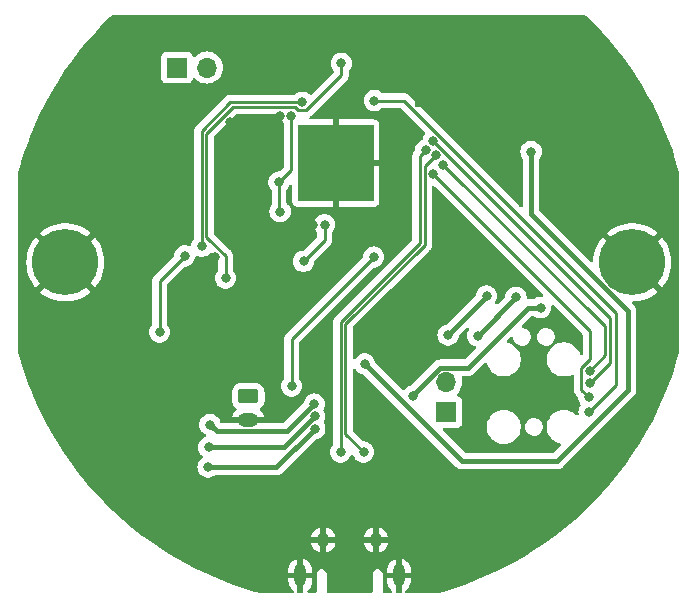
<source format=gbl>
G04 #@! TF.GenerationSoftware,KiCad,Pcbnew,7.0.5-7.0.5~ubuntu22.04.1*
G04 #@! TF.CreationDate,2023-06-04T23:43:17-04:00*
G04 #@! TF.ProjectId,reaction-trainer,72656163-7469-46f6-9e2d-747261696e65,1.0*
G04 #@! TF.SameCoordinates,Original*
G04 #@! TF.FileFunction,Copper,L2,Bot*
G04 #@! TF.FilePolarity,Positive*
%FSLAX46Y46*%
G04 Gerber Fmt 4.6, Leading zero omitted, Abs format (unit mm)*
G04 Created by KiCad (PCBNEW 7.0.5-7.0.5~ubuntu22.04.1) date 2023-06-04 23:43:17*
%MOMM*%
%LPD*%
G01*
G04 APERTURE LIST*
G04 Aperture macros list*
%AMRoundRect*
0 Rectangle with rounded corners*
0 $1 Rounding radius*
0 $2 $3 $4 $5 $6 $7 $8 $9 X,Y pos of 4 corners*
0 Add a 4 corners polygon primitive as box body*
4,1,4,$2,$3,$4,$5,$6,$7,$8,$9,$2,$3,0*
0 Add four circle primitives for the rounded corners*
1,1,$1+$1,$2,$3*
1,1,$1+$1,$4,$5*
1,1,$1+$1,$6,$7*
1,1,$1+$1,$8,$9*
0 Add four rect primitives between the rounded corners*
20,1,$1+$1,$2,$3,$4,$5,0*
20,1,$1+$1,$4,$5,$6,$7,0*
20,1,$1+$1,$6,$7,$8,$9,0*
20,1,$1+$1,$8,$9,$2,$3,0*%
G04 Aperture macros list end*
G04 #@! TA.AperFunction,ComponentPad*
%ADD10C,0.500000*%
G04 #@! TD*
G04 #@! TA.AperFunction,SMDPad,CuDef*
%ADD11R,6.400000X6.400000*%
G04 #@! TD*
G04 #@! TA.AperFunction,ComponentPad*
%ADD12R,1.700000X1.700000*%
G04 #@! TD*
G04 #@! TA.AperFunction,ComponentPad*
%ADD13O,1.700000X1.700000*%
G04 #@! TD*
G04 #@! TA.AperFunction,ComponentPad*
%ADD14C,3.600000*%
G04 #@! TD*
G04 #@! TA.AperFunction,ConnectorPad*
%ADD15C,5.600000*%
G04 #@! TD*
G04 #@! TA.AperFunction,ComponentPad*
%ADD16O,1.000000X1.900000*%
G04 #@! TD*
G04 #@! TA.AperFunction,ComponentPad*
%ADD17O,1.050000X1.250000*%
G04 #@! TD*
G04 #@! TA.AperFunction,ComponentPad*
%ADD18RoundRect,0.250000X-0.625000X0.350000X-0.625000X-0.350000X0.625000X-0.350000X0.625000X0.350000X0*%
G04 #@! TD*
G04 #@! TA.AperFunction,ComponentPad*
%ADD19O,1.750000X1.200000*%
G04 #@! TD*
G04 #@! TA.AperFunction,ViaPad*
%ADD20C,0.600000*%
G04 #@! TD*
G04 #@! TA.AperFunction,ViaPad*
%ADD21C,0.800000*%
G04 #@! TD*
G04 #@! TA.AperFunction,Conductor*
%ADD22C,0.250000*%
G04 #@! TD*
G04 #@! TA.AperFunction,Conductor*
%ADD23C,0.400000*%
G04 #@! TD*
G04 APERTURE END LIST*
D10*
X130932500Y-78657500D03*
X130932500Y-80132500D03*
X130932500Y-81607500D03*
X130932500Y-83082500D03*
X130932500Y-84557500D03*
X132407500Y-78657500D03*
X132407500Y-80132500D03*
X132407500Y-81607500D03*
X132407500Y-83082500D03*
X132407500Y-84557500D03*
X133882500Y-78657500D03*
X133882500Y-80132500D03*
X133882500Y-81607500D03*
D11*
X133882500Y-81607500D03*
D10*
X133882500Y-83082500D03*
X133882500Y-84557500D03*
X135357500Y-78657500D03*
X135357500Y-80132500D03*
X135357500Y-81607500D03*
X135357500Y-83082500D03*
X135357500Y-84557500D03*
X136832500Y-78657500D03*
X136832500Y-80132500D03*
X136832500Y-81607500D03*
X136832500Y-83082500D03*
X136832500Y-84557500D03*
D12*
X143256000Y-102666800D03*
D13*
X143256000Y-100126800D03*
D14*
X111000000Y-90000000D03*
D15*
X111000000Y-90000000D03*
D16*
X130891800Y-116517800D03*
D17*
X132841800Y-113517800D03*
X137291800Y-113517800D03*
D16*
X139241800Y-116517800D03*
D14*
X159000000Y-90000000D03*
D15*
X159000000Y-90000000D03*
D12*
X120446800Y-73507600D03*
D13*
X122986800Y-73507600D03*
D18*
X126492000Y-101346000D03*
D19*
X126492000Y-103346000D03*
D20*
X141840000Y-71596000D03*
X123840000Y-75596000D03*
X151840000Y-74596000D03*
X143840000Y-74596000D03*
D21*
X135280400Y-111607600D03*
D20*
X141840000Y-69596000D03*
X137840000Y-69596000D03*
X152840000Y-72596000D03*
X116840000Y-72596000D03*
X128840000Y-70596000D03*
X148840000Y-69596000D03*
X118840000Y-71596000D03*
X117840000Y-75596000D03*
X150840000Y-71596000D03*
X117840000Y-74596000D03*
X116840000Y-73596000D03*
X117840000Y-71596000D03*
X141840000Y-70596000D03*
X141840000Y-72596000D03*
X144840000Y-72596000D03*
X117840000Y-70596000D03*
X152840000Y-71596000D03*
X142840000Y-71596000D03*
X143840000Y-73596000D03*
X141840000Y-73596000D03*
X146840000Y-75596000D03*
X136840000Y-71596000D03*
X151840000Y-71596000D03*
X141840000Y-76596000D03*
X127840000Y-71596000D03*
X149840000Y-69596000D03*
X121840000Y-70596000D03*
X116840000Y-75596000D03*
X141840000Y-74596000D03*
X147840000Y-69596000D03*
D21*
X139039600Y-99009200D03*
D20*
X134840000Y-71596000D03*
X147840000Y-74596000D03*
X144840000Y-69596000D03*
X140840000Y-74596000D03*
X133840000Y-70596000D03*
X142840000Y-75596000D03*
X146840000Y-72596000D03*
X118840000Y-72596000D03*
X145840000Y-73596000D03*
X143840000Y-75596000D03*
X143840000Y-70596000D03*
X118840000Y-70596000D03*
X121840000Y-69596000D03*
X131840000Y-69596000D03*
X122840000Y-70596000D03*
X129840000Y-70596000D03*
X146840000Y-70596000D03*
X121840000Y-75596000D03*
X144840000Y-76596000D03*
X125840000Y-74596000D03*
X134840000Y-70596000D03*
X117840000Y-72596000D03*
X147840000Y-73596000D03*
X145840000Y-70596000D03*
X124840000Y-74596000D03*
D21*
X124917200Y-82296000D03*
D20*
X126840000Y-71596000D03*
X137840000Y-71596000D03*
D21*
X136144000Y-100634800D03*
D20*
X132840000Y-71596000D03*
X150840000Y-70596000D03*
X126840000Y-69596000D03*
X130840000Y-70596000D03*
X152840000Y-74596000D03*
X140840000Y-76596000D03*
X134840000Y-69596000D03*
X144840000Y-70596000D03*
X130840000Y-69596000D03*
X152840000Y-73596000D03*
X136840000Y-69596000D03*
X142840000Y-74596000D03*
D21*
X146964400Y-100177600D03*
D20*
X152840000Y-70596000D03*
X152840000Y-76596000D03*
X145840000Y-69596000D03*
X144840000Y-73596000D03*
X119840000Y-69596000D03*
X144840000Y-71596000D03*
D21*
X131572000Y-92456000D03*
D20*
X116840000Y-74596000D03*
X146840000Y-73596000D03*
X119840000Y-70596000D03*
X118840000Y-75596000D03*
D21*
X139242800Y-78933000D03*
X126746000Y-79733000D03*
D20*
X126840000Y-74596000D03*
X144840000Y-75596000D03*
X135840000Y-71596000D03*
D21*
X147929600Y-82956400D03*
D20*
X132840000Y-69596000D03*
X128840000Y-69596000D03*
X125840000Y-71596000D03*
X117840000Y-69596000D03*
X143840000Y-69596000D03*
X147840000Y-72596000D03*
D21*
X143306800Y-89509600D03*
D20*
X135840000Y-70596000D03*
X142840000Y-73596000D03*
X142840000Y-70596000D03*
X123840000Y-69596000D03*
X136840000Y-73596000D03*
X137840000Y-72596000D03*
X123840000Y-70596000D03*
X151840000Y-76596000D03*
X125840000Y-70596000D03*
X142840000Y-69596000D03*
X147840000Y-70596000D03*
X120840000Y-75596000D03*
X142840000Y-76596000D03*
X127840000Y-69596000D03*
X147840000Y-75596000D03*
X147840000Y-71596000D03*
X121840000Y-71596000D03*
X145840000Y-76596000D03*
X146840000Y-71596000D03*
X135840000Y-69596000D03*
X120840000Y-71596000D03*
X143840000Y-72596000D03*
X142840000Y-72596000D03*
D21*
X123689300Y-89551700D03*
X132740400Y-111810800D03*
D20*
X131840000Y-71596000D03*
D21*
X129184400Y-77622400D03*
D20*
X141840000Y-75596000D03*
D21*
X124968000Y-78130400D03*
D20*
X151840000Y-70596000D03*
X124840000Y-70596000D03*
X145840000Y-74596000D03*
X150840000Y-69596000D03*
X118840000Y-69596000D03*
X152840000Y-75596000D03*
X123840000Y-71596000D03*
X116840000Y-71596000D03*
X124840000Y-69596000D03*
X131840000Y-70596000D03*
X152840000Y-69596000D03*
D21*
X121869200Y-91744800D03*
D20*
X119840000Y-75596000D03*
X125840000Y-69596000D03*
X146840000Y-74596000D03*
X151840000Y-72596000D03*
X149840000Y-70596000D03*
X133840000Y-71596000D03*
X133840000Y-69596000D03*
X122840000Y-75596000D03*
X132840000Y-70596000D03*
X149840000Y-71596000D03*
X136840000Y-70596000D03*
X129840000Y-71596000D03*
X146840000Y-69596000D03*
X144840000Y-74596000D03*
X124840000Y-71596000D03*
D21*
X131978400Y-86868000D03*
D20*
X143840000Y-71596000D03*
X151840000Y-73596000D03*
X120840000Y-69596000D03*
X127840000Y-70596000D03*
X120840000Y-70596000D03*
X116840000Y-70596000D03*
X148840000Y-71596000D03*
X143840000Y-76596000D03*
D21*
X125526800Y-84886800D03*
D20*
X125840000Y-75596000D03*
X151840000Y-69596000D03*
X137840000Y-73596000D03*
X140840000Y-73596000D03*
X128840000Y-71596000D03*
X140840000Y-72596000D03*
X122840000Y-69596000D03*
X129840000Y-69596000D03*
X118840000Y-74596000D03*
D21*
X144221200Y-97688400D03*
D20*
X148840000Y-70596000D03*
X127840000Y-74596000D03*
X140840000Y-75596000D03*
X124840000Y-75596000D03*
X122840000Y-71596000D03*
X130840000Y-71596000D03*
X119840000Y-71596000D03*
X145840000Y-71596000D03*
X145840000Y-75596000D03*
X151840000Y-75596000D03*
X117840000Y-73596000D03*
X126840000Y-70596000D03*
D21*
X143296700Y-87307859D03*
D20*
X136840000Y-72596000D03*
X137840000Y-70596000D03*
X135840000Y-72596000D03*
X145840000Y-72596000D03*
X118840000Y-73596000D03*
D21*
X129184400Y-85699600D03*
X130133903Y-77622400D03*
X129084231Y-83207864D03*
X150436500Y-80619600D03*
X136347200Y-98602800D03*
X132120186Y-104086122D03*
X151231600Y-93827600D03*
X140411200Y-101346000D03*
X123088400Y-107340400D03*
X149148800Y-92964000D03*
X132101977Y-103044377D03*
X123139200Y-105664000D03*
X145897600Y-96215200D03*
X123240800Y-103733600D03*
X143408400Y-96164400D03*
X146659600Y-92862400D03*
X132080000Y-102006400D03*
X137160000Y-76301600D03*
X155346400Y-102666800D03*
X142087600Y-82499200D03*
X155295600Y-101396800D03*
X142138400Y-79756000D03*
X155397200Y-100177600D03*
X143002000Y-81737200D03*
X155397200Y-99161600D03*
X121107200Y-89458800D03*
X118973600Y-95910400D03*
X131165600Y-89916000D03*
X132943600Y-86817200D03*
X136245600Y-106070400D03*
X142356285Y-80927440D03*
X141520472Y-80476916D03*
X134315200Y-106070400D03*
X137109200Y-89560400D03*
X130149600Y-100482400D03*
X131064000Y-76454000D03*
X122529600Y-88646000D03*
X134366000Y-73152000D03*
X124561600Y-91338400D03*
D22*
X121869200Y-91744800D02*
X121869200Y-91371800D01*
X121869200Y-91371800D02*
X123689300Y-89551700D01*
D23*
X143296700Y-87307859D02*
X143296700Y-89499500D01*
X143296700Y-89499500D02*
X143306800Y-89509600D01*
D22*
X129084231Y-85599431D02*
X129184400Y-85699600D01*
X130133903Y-82158192D02*
X130133903Y-77622400D01*
X129084231Y-83207864D02*
X129084231Y-85599431D01*
X129084231Y-83207864D02*
X130133903Y-82158192D01*
D23*
X136347200Y-98602800D02*
X144564800Y-106820400D01*
X158620063Y-100845241D02*
X158620063Y-94098240D01*
X158620063Y-94098240D02*
X150436500Y-85914677D01*
X144564800Y-106820400D02*
X152644904Y-106820400D01*
X150436500Y-85914677D02*
X150436500Y-80619600D01*
X152644904Y-106820400D02*
X158620063Y-100845241D01*
X150211296Y-93827600D02*
X145112096Y-98926800D01*
X132120186Y-104086122D02*
X128865908Y-107340400D01*
X128865908Y-107340400D02*
X123088400Y-107340400D01*
X151231600Y-93827600D02*
X150211296Y-93827600D01*
X142758943Y-98926800D02*
X140411200Y-101274543D01*
X140411200Y-101274543D02*
X140411200Y-101346000D01*
X145112096Y-98926800D02*
X142758943Y-98926800D01*
X132101977Y-103044377D02*
X129482354Y-105664000D01*
X149148800Y-92964000D02*
X145897600Y-96215200D01*
X129482354Y-105664000D02*
X123139200Y-105664000D01*
X132080000Y-102006400D02*
X129790400Y-104296000D01*
X143408400Y-96113600D02*
X143408400Y-96164400D01*
X146659600Y-92862400D02*
X143408400Y-96113600D01*
X123803200Y-104296000D02*
X123240800Y-103733600D01*
X129790400Y-104296000D02*
X123803200Y-104296000D01*
D22*
X139638595Y-76301600D02*
X157632400Y-94295405D01*
X137160000Y-76301600D02*
X139638595Y-76301600D01*
X157632400Y-100380800D02*
X155346400Y-102666800D01*
X157632400Y-94295405D02*
X157632400Y-100380800D01*
X154671400Y-100772600D02*
X155295600Y-101396800D01*
X155436648Y-98167557D02*
X154671400Y-98932805D01*
X142087600Y-82499200D02*
X155436648Y-95848248D01*
X154671400Y-98932805D02*
X154671400Y-100772600D01*
X155436648Y-95848248D02*
X155436648Y-98167557D01*
X155397200Y-100177600D02*
X157073600Y-98501200D01*
X157073600Y-98501200D02*
X157073600Y-94691200D01*
X157073600Y-94691200D02*
X142138400Y-79756000D01*
X156673600Y-95408800D02*
X156673600Y-97885200D01*
X143002000Y-81737200D02*
X156673600Y-95408800D01*
X156673600Y-97885200D02*
X155397200Y-99161600D01*
X121107200Y-89458800D02*
X118973600Y-91592400D01*
X118973600Y-91592400D02*
X118973600Y-95910400D01*
X131165600Y-89916000D02*
X132943600Y-88138000D01*
X132943600Y-88138000D02*
X132943600Y-86817200D01*
X136245600Y-106070400D02*
X134715200Y-104540000D01*
X141412600Y-88515086D02*
X141412600Y-81871125D01*
X134715200Y-95212486D02*
X141412600Y-88515086D01*
X134715200Y-104540000D02*
X134715200Y-95212486D01*
X141412600Y-81871125D02*
X142356285Y-80927440D01*
X134315200Y-95046800D02*
X141012600Y-88349400D01*
X141012600Y-80984788D02*
X141520472Y-80476916D01*
X141012600Y-88349400D02*
X141012600Y-80984788D01*
X134315200Y-106070400D02*
X134315200Y-95046800D01*
X130149600Y-100482400D02*
X130149600Y-96520000D01*
X130149600Y-96520000D02*
X137109200Y-89560400D01*
X124968000Y-76454000D02*
X122529600Y-78892400D01*
X131064000Y-76454000D02*
X124968000Y-76454000D01*
X122529600Y-78892400D02*
X122529600Y-88646000D01*
X130729400Y-77129000D02*
X130454400Y-76854000D01*
X134366000Y-73152000D02*
X134366000Y-74174000D01*
X123088400Y-87985600D02*
X124561600Y-89458800D01*
X134366000Y-74174000D02*
X131411000Y-77129000D01*
X122936000Y-87833200D02*
X123088400Y-87985600D01*
X125171200Y-76860400D02*
X122936000Y-79095600D01*
X130454400Y-76854000D02*
X125171200Y-76854000D01*
X125171200Y-76854000D02*
X125171200Y-76860400D01*
X124561600Y-89458800D02*
X124561600Y-91338400D01*
X122936000Y-79095600D02*
X122936000Y-87833200D01*
X131411000Y-77129000D02*
X130729400Y-77129000D01*
G04 #@! TA.AperFunction,Conductor*
G36*
X152321629Y-93620531D02*
G01*
X152338348Y-93634538D01*
X154774829Y-96071019D01*
X154808314Y-96132342D01*
X154811148Y-96158700D01*
X154811148Y-97705981D01*
X154791463Y-97773020D01*
X154738659Y-97818775D01*
X154669501Y-97828719D01*
X154605945Y-97799694D01*
X154569867Y-97746244D01*
X154534151Y-97642210D01*
X154534149Y-97642203D01*
X154420729Y-97432621D01*
X154420727Y-97432619D01*
X154420723Y-97432612D01*
X154274366Y-97244572D01*
X154274363Y-97244569D01*
X154274360Y-97244565D01*
X154099034Y-97083167D01*
X154099031Y-97083165D01*
X154099030Y-97083164D01*
X154021889Y-97032766D01*
X153899534Y-96952827D01*
X153899531Y-96952825D01*
X153899530Y-96952825D01*
X153681302Y-96857101D01*
X153450286Y-96798600D01*
X153272282Y-96783850D01*
X153272272Y-96783850D01*
X153153328Y-96783850D01*
X153153317Y-96783850D01*
X152975313Y-96798600D01*
X152744297Y-96857101D01*
X152526066Y-96952826D01*
X152328578Y-97081851D01*
X152326466Y-97082488D01*
X152320095Y-97089123D01*
X152257760Y-97146506D01*
X152151243Y-97244562D01*
X152151233Y-97244572D01*
X152004876Y-97432612D01*
X152004869Y-97432623D01*
X151891454Y-97642196D01*
X151891448Y-97642210D01*
X151814074Y-97867591D01*
X151803675Y-97929911D01*
X151774850Y-98102648D01*
X151774850Y-98340952D01*
X151787631Y-98417542D01*
X151814074Y-98576008D01*
X151891448Y-98801389D01*
X151891454Y-98801403D01*
X152004869Y-99010976D01*
X152004876Y-99010987D01*
X152151233Y-99199027D01*
X152151236Y-99199030D01*
X152151240Y-99199035D01*
X152326566Y-99360433D01*
X152526066Y-99490773D01*
X152744298Y-99586499D01*
X152975310Y-99644999D01*
X153153328Y-99659750D01*
X153153332Y-99659750D01*
X153272268Y-99659750D01*
X153272272Y-99659750D01*
X153450290Y-99644999D01*
X153681302Y-99586499D01*
X153872090Y-99502810D01*
X153941390Y-99493908D01*
X154004502Y-99523885D01*
X154041389Y-99583224D01*
X154045900Y-99616367D01*
X154045900Y-100689855D01*
X154044175Y-100705472D01*
X154044461Y-100705499D01*
X154043726Y-100713266D01*
X154045869Y-100781446D01*
X154045900Y-100783393D01*
X154045900Y-100811943D01*
X154045901Y-100811960D01*
X154046768Y-100818831D01*
X154047226Y-100824650D01*
X154048690Y-100871224D01*
X154048691Y-100871227D01*
X154054280Y-100890467D01*
X154058224Y-100909511D01*
X154060736Y-100929392D01*
X154067311Y-100945998D01*
X154077890Y-100972719D01*
X154079782Y-100978247D01*
X154090208Y-101014133D01*
X154092782Y-101022990D01*
X154099362Y-101034117D01*
X154102980Y-101040234D01*
X154111538Y-101057703D01*
X154118914Y-101076332D01*
X154146298Y-101114023D01*
X154149506Y-101118907D01*
X154173227Y-101159016D01*
X154173233Y-101159024D01*
X154187390Y-101173180D01*
X154200027Y-101187975D01*
X154211806Y-101204187D01*
X154233639Y-101222249D01*
X154247703Y-101233883D01*
X154252026Y-101237816D01*
X154356639Y-101342430D01*
X154390124Y-101403753D01*
X154392278Y-101417143D01*
X154409926Y-101585056D01*
X154409927Y-101585059D01*
X154468418Y-101765077D01*
X154468421Y-101765084D01*
X154563066Y-101929015D01*
X154606648Y-101977417D01*
X154636879Y-102040409D01*
X154628254Y-102109744D01*
X154614821Y-102133271D01*
X154613864Y-102134586D01*
X154519221Y-102298515D01*
X154519218Y-102298522D01*
X154460727Y-102478540D01*
X154460726Y-102478544D01*
X154440940Y-102666800D01*
X154458520Y-102834072D01*
X154445951Y-102902799D01*
X154398219Y-102953823D01*
X154330479Y-102970941D01*
X154264238Y-102948719D01*
X154251218Y-102938261D01*
X154161989Y-102856121D01*
X154099034Y-102798167D01*
X153899534Y-102667827D01*
X153899531Y-102667825D01*
X153899530Y-102667825D01*
X153681302Y-102572101D01*
X153450286Y-102513600D01*
X153272282Y-102498850D01*
X153272272Y-102498850D01*
X153153328Y-102498850D01*
X153153317Y-102498850D01*
X152975313Y-102513600D01*
X152744297Y-102572101D01*
X152526069Y-102667825D01*
X152326569Y-102798164D01*
X152151243Y-102959562D01*
X152151233Y-102959572D01*
X152004876Y-103147612D01*
X152004869Y-103147623D01*
X151891454Y-103357196D01*
X151891448Y-103357210D01*
X151814074Y-103582591D01*
X151790978Y-103721000D01*
X151774850Y-103817648D01*
X151774850Y-104055952D01*
X151793490Y-104167657D01*
X151814074Y-104291008D01*
X151891448Y-104516389D01*
X151891454Y-104516403D01*
X152004869Y-104725976D01*
X152004876Y-104725987D01*
X152151233Y-104914027D01*
X152151236Y-104914030D01*
X152151240Y-104914035D01*
X152326566Y-105075433D01*
X152526066Y-105205773D01*
X152744298Y-105301499D01*
X152874937Y-105334581D01*
X152935093Y-105370121D01*
X152966485Y-105432541D01*
X152959147Y-105502024D01*
X152932178Y-105542468D01*
X152391066Y-106083581D01*
X152329743Y-106117066D01*
X152303385Y-106119900D01*
X144906319Y-106119900D01*
X144839280Y-106100215D01*
X144818638Y-106083581D01*
X142964037Y-104228980D01*
X142930552Y-104167657D01*
X142935536Y-104097965D01*
X142966987Y-104055952D01*
X146694850Y-104055952D01*
X146713490Y-104167657D01*
X146734074Y-104291008D01*
X146811448Y-104516389D01*
X146811454Y-104516403D01*
X146924869Y-104725976D01*
X146924876Y-104725987D01*
X147071233Y-104914027D01*
X147071236Y-104914030D01*
X147071240Y-104914035D01*
X147246566Y-105075433D01*
X147446066Y-105205773D01*
X147664298Y-105301499D01*
X147895310Y-105359999D01*
X148073328Y-105374750D01*
X148073332Y-105374750D01*
X148192268Y-105374750D01*
X148192272Y-105374750D01*
X148370290Y-105359999D01*
X148601302Y-105301499D01*
X148819534Y-105205773D01*
X149019034Y-105075433D01*
X149194360Y-104914035D01*
X149289854Y-104791344D01*
X149340723Y-104725987D01*
X149340724Y-104725985D01*
X149340729Y-104725979D01*
X149454149Y-104516397D01*
X149531526Y-104291006D01*
X149570750Y-104055952D01*
X149570750Y-103980459D01*
X149923193Y-103980459D01*
X149941824Y-104086122D01*
X149953468Y-104152154D01*
X150022521Y-104312238D01*
X150022522Y-104312240D01*
X150022524Y-104312243D01*
X150126632Y-104452082D01*
X150126632Y-104452083D01*
X150260186Y-104564149D01*
X150415985Y-104642394D01*
X150585629Y-104682600D01*
X150585631Y-104682600D01*
X150716229Y-104682600D01*
X150716236Y-104682600D01*
X150845964Y-104667437D01*
X151009793Y-104607808D01*
X151155454Y-104512005D01*
X151275096Y-104385193D01*
X151362267Y-104234207D01*
X151412269Y-104067188D01*
X151422407Y-103893140D01*
X151392132Y-103721446D01*
X151323079Y-103561362D01*
X151321455Y-103559181D01*
X151218967Y-103421516D01*
X151085414Y-103309451D01*
X151085412Y-103309450D01*
X150929618Y-103231207D01*
X150929616Y-103231206D01*
X150929615Y-103231206D01*
X150759971Y-103191000D01*
X150629364Y-103191000D01*
X150515851Y-103204267D01*
X150499635Y-103206163D01*
X150499632Y-103206164D01*
X150335808Y-103265791D01*
X150335804Y-103265793D01*
X150190148Y-103361592D01*
X150190147Y-103361593D01*
X150070506Y-103488403D01*
X150070504Y-103488407D01*
X150058142Y-103509818D01*
X149983334Y-103639390D01*
X149933331Y-103806410D01*
X149933330Y-103806416D01*
X149923193Y-103980459D01*
X149570750Y-103980459D01*
X149570750Y-103817648D01*
X149531526Y-103582594D01*
X149454149Y-103357203D01*
X149340729Y-103147621D01*
X149340727Y-103147619D01*
X149340723Y-103147612D01*
X149194366Y-102959572D01*
X149194363Y-102959569D01*
X149194360Y-102959565D01*
X149019034Y-102798167D01*
X149019031Y-102798165D01*
X149019030Y-102798164D01*
X148876477Y-102705030D01*
X148819534Y-102667827D01*
X148819531Y-102667825D01*
X148819530Y-102667825D01*
X148601302Y-102572101D01*
X148370286Y-102513600D01*
X148192282Y-102498850D01*
X148192272Y-102498850D01*
X148073328Y-102498850D01*
X148073317Y-102498850D01*
X147895313Y-102513600D01*
X147664297Y-102572101D01*
X147446069Y-102667825D01*
X147246569Y-102798164D01*
X147071243Y-102959562D01*
X147071233Y-102959572D01*
X146924876Y-103147612D01*
X146924869Y-103147623D01*
X146811454Y-103357196D01*
X146811448Y-103357210D01*
X146734074Y-103582591D01*
X146710978Y-103721000D01*
X146694850Y-103817648D01*
X146694850Y-104055952D01*
X142966987Y-104055952D01*
X142977408Y-104042032D01*
X143042872Y-104017615D01*
X143051718Y-104017299D01*
X144153871Y-104017299D01*
X144153872Y-104017299D01*
X144213483Y-104010891D01*
X144348331Y-103960596D01*
X144463546Y-103874346D01*
X144549796Y-103759131D01*
X144600091Y-103624283D01*
X144606500Y-103564673D01*
X144606499Y-101768928D01*
X144600091Y-101709317D01*
X144573534Y-101638115D01*
X144549797Y-101574471D01*
X144549793Y-101574464D01*
X144463547Y-101459255D01*
X144463544Y-101459252D01*
X144348335Y-101373006D01*
X144348328Y-101373002D01*
X144216917Y-101323989D01*
X144160983Y-101282118D01*
X144136566Y-101216653D01*
X144151418Y-101148380D01*
X144172563Y-101120132D01*
X144294495Y-100998201D01*
X144430035Y-100804630D01*
X144529903Y-100590463D01*
X144591063Y-100362208D01*
X144611659Y-100126800D01*
X144591063Y-99891392D01*
X144562125Y-99783392D01*
X144563788Y-99713543D01*
X144602951Y-99655681D01*
X144667179Y-99628177D01*
X144681900Y-99627300D01*
X145089048Y-99627300D01*
X145092793Y-99627413D01*
X145100138Y-99627857D01*
X145154702Y-99631158D01*
X145192410Y-99624247D01*
X145215717Y-99619977D01*
X145219421Y-99619413D01*
X145237266Y-99617246D01*
X145280968Y-99611940D01*
X145290431Y-99608350D01*
X145312057Y-99602322D01*
X145312989Y-99602151D01*
X145322028Y-99600495D01*
X145378608Y-99575029D01*
X145382038Y-99573609D01*
X145440026Y-99551618D01*
X145448362Y-99545862D01*
X145467917Y-99534834D01*
X145477153Y-99530678D01*
X145525992Y-99492413D01*
X145528972Y-99490221D01*
X145580025Y-99454983D01*
X145621161Y-99408548D01*
X145623695Y-99405856D01*
X146523617Y-98505934D01*
X146584939Y-98472451D01*
X146654631Y-98477435D01*
X146710564Y-98519307D01*
X146732692Y-98571064D01*
X146732814Y-98571034D01*
X146733009Y-98571804D01*
X146733604Y-98573196D01*
X146734072Y-98576004D01*
X146811448Y-98801389D01*
X146811454Y-98801403D01*
X146924869Y-99010976D01*
X146924876Y-99010987D01*
X147071233Y-99199027D01*
X147071236Y-99199030D01*
X147071240Y-99199035D01*
X147246566Y-99360433D01*
X147446066Y-99490773D01*
X147664298Y-99586499D01*
X147895310Y-99644999D01*
X148073328Y-99659750D01*
X148073332Y-99659750D01*
X148192268Y-99659750D01*
X148192272Y-99659750D01*
X148370290Y-99644999D01*
X148601302Y-99586499D01*
X148819534Y-99490773D01*
X149019034Y-99360433D01*
X149194360Y-99199035D01*
X149340729Y-99010979D01*
X149454149Y-98801397D01*
X149531526Y-98576006D01*
X149570750Y-98340952D01*
X149570750Y-98102648D01*
X149531526Y-97867594D01*
X149454149Y-97642203D01*
X149340729Y-97432621D01*
X149340727Y-97432619D01*
X149340723Y-97432612D01*
X149194366Y-97244572D01*
X149194363Y-97244569D01*
X149194360Y-97244565D01*
X149019034Y-97083167D01*
X149019031Y-97083165D01*
X149019030Y-97083164D01*
X148941890Y-97032766D01*
X148819534Y-96952827D01*
X148819531Y-96952825D01*
X148819530Y-96952825D01*
X148601302Y-96857100D01*
X148470661Y-96824018D01*
X148410505Y-96788478D01*
X148379113Y-96726058D01*
X148386451Y-96656574D01*
X148413417Y-96616134D01*
X148703070Y-96326481D01*
X148764391Y-96292998D01*
X148834083Y-96297982D01*
X148890016Y-96339854D01*
X148912865Y-96392631D01*
X148937466Y-96532148D01*
X148937467Y-96532150D01*
X148937468Y-96532154D01*
X149006521Y-96692238D01*
X149006522Y-96692240D01*
X149006524Y-96692243D01*
X149094862Y-96810900D01*
X149110632Y-96832083D01*
X149244186Y-96944149D01*
X149399985Y-97022394D01*
X149569629Y-97062600D01*
X149569631Y-97062600D01*
X149700229Y-97062600D01*
X149700236Y-97062600D01*
X149829964Y-97047437D01*
X149993793Y-96987808D01*
X150139454Y-96892005D01*
X150259096Y-96765193D01*
X150346267Y-96614207D01*
X150396269Y-96447188D01*
X150401321Y-96360460D01*
X150939193Y-96360460D01*
X150969468Y-96532154D01*
X151038521Y-96692238D01*
X151038522Y-96692240D01*
X151038524Y-96692243D01*
X151126862Y-96810900D01*
X151142632Y-96832083D01*
X151276186Y-96944149D01*
X151431985Y-97022394D01*
X151601629Y-97062600D01*
X151601631Y-97062600D01*
X151732229Y-97062600D01*
X151732236Y-97062600D01*
X151861964Y-97047437D01*
X152025793Y-96987808D01*
X152167972Y-96894294D01*
X152169874Y-96893714D01*
X152170563Y-96892947D01*
X152171448Y-96892008D01*
X152171454Y-96892005D01*
X152291096Y-96765193D01*
X152378267Y-96614207D01*
X152428269Y-96447188D01*
X152438407Y-96273140D01*
X152408132Y-96101446D01*
X152339079Y-95941362D01*
X152234968Y-95801517D01*
X152228531Y-95796116D01*
X152101414Y-95689451D01*
X152101412Y-95689450D01*
X151945618Y-95611207D01*
X151945616Y-95611206D01*
X151945615Y-95611206D01*
X151775971Y-95571000D01*
X151645364Y-95571000D01*
X151531851Y-95584267D01*
X151515635Y-95586163D01*
X151515632Y-95586164D01*
X151351808Y-95645791D01*
X151351804Y-95645793D01*
X151206148Y-95741592D01*
X151206147Y-95741593D01*
X151086506Y-95868403D01*
X151086503Y-95868409D01*
X150999334Y-96019390D01*
X150949331Y-96186410D01*
X150949330Y-96186416D01*
X150939647Y-96352659D01*
X150939193Y-96360460D01*
X150401321Y-96360460D01*
X150406407Y-96273140D01*
X150376132Y-96101446D01*
X150307079Y-95941362D01*
X150202968Y-95801517D01*
X150196531Y-95796116D01*
X150069414Y-95689451D01*
X150069412Y-95689450D01*
X149913618Y-95611207D01*
X149913616Y-95611206D01*
X149913615Y-95611206D01*
X149743971Y-95571000D01*
X149743970Y-95571000D01*
X149743966Y-95570999D01*
X149742809Y-95570864D01*
X149742070Y-95570549D01*
X149736944Y-95569335D01*
X149737151Y-95568458D01*
X149678509Y-95543527D01*
X149639197Y-95485766D01*
X149637352Y-95415921D01*
X149669527Y-95360024D01*
X150465133Y-94564419D01*
X150526457Y-94530934D01*
X150552815Y-94528100D01*
X150623444Y-94528100D01*
X150690483Y-94547785D01*
X150696329Y-94551782D01*
X150778865Y-94611748D01*
X150778870Y-94611751D01*
X150951792Y-94688742D01*
X150951797Y-94688744D01*
X151136954Y-94728100D01*
X151136955Y-94728100D01*
X151326244Y-94728100D01*
X151326246Y-94728100D01*
X151511403Y-94688744D01*
X151684330Y-94611751D01*
X151837471Y-94500488D01*
X151964133Y-94359816D01*
X152058779Y-94195884D01*
X152117274Y-94015856D01*
X152137060Y-93827600D01*
X152127346Y-93735178D01*
X152139915Y-93666451D01*
X152187648Y-93615427D01*
X152255388Y-93598309D01*
X152321629Y-93620531D01*
G37*
G04 #@! TD.AperFunction*
G04 #@! TA.AperFunction,Conductor*
G36*
X142243303Y-83539939D02*
G01*
X142249781Y-83545971D01*
X151419229Y-92715419D01*
X151452714Y-92776742D01*
X151447730Y-92846434D01*
X151405858Y-92902367D01*
X151340394Y-92926784D01*
X151331548Y-92927100D01*
X151326246Y-92927100D01*
X151136954Y-92927100D01*
X151104497Y-92933998D01*
X150951797Y-92966455D01*
X150951792Y-92966457D01*
X150778870Y-93043448D01*
X150778865Y-93043451D01*
X150696329Y-93103418D01*
X150630523Y-93126898D01*
X150623444Y-93127100D01*
X150234344Y-93127100D01*
X150230599Y-93126987D01*
X150167733Y-93123184D01*
X150102005Y-93099487D01*
X150059522Y-93044016D01*
X150051900Y-92986450D01*
X150054260Y-92964000D01*
X150034474Y-92775744D01*
X149975979Y-92595716D01*
X149881333Y-92431784D01*
X149754671Y-92291112D01*
X149754670Y-92291111D01*
X149601534Y-92179851D01*
X149601529Y-92179848D01*
X149428607Y-92102857D01*
X149428602Y-92102855D01*
X149282801Y-92071865D01*
X149243446Y-92063500D01*
X149054154Y-92063500D01*
X149021697Y-92070398D01*
X148868997Y-92102855D01*
X148868992Y-92102857D01*
X148696070Y-92179848D01*
X148696065Y-92179851D01*
X148542929Y-92291111D01*
X148416266Y-92431785D01*
X148321621Y-92595715D01*
X148321618Y-92595722D01*
X148263127Y-92775739D01*
X148263125Y-92775750D01*
X148257934Y-92825129D01*
X148231349Y-92889743D01*
X148222295Y-92899846D01*
X147599981Y-93522160D01*
X147538658Y-93555645D01*
X147468966Y-93550661D01*
X147413033Y-93508789D01*
X147388616Y-93443325D01*
X147403468Y-93375052D01*
X147404885Y-93372528D01*
X147486779Y-93230684D01*
X147545274Y-93050656D01*
X147565060Y-92862400D01*
X147545274Y-92674144D01*
X147486779Y-92494116D01*
X147392133Y-92330184D01*
X147265471Y-92189512D01*
X147211093Y-92150004D01*
X147112334Y-92078251D01*
X147112329Y-92078248D01*
X146939407Y-92001257D01*
X146939402Y-92001255D01*
X146793601Y-91970265D01*
X146754246Y-91961900D01*
X146564954Y-91961900D01*
X146532497Y-91968798D01*
X146379797Y-92001255D01*
X146379792Y-92001257D01*
X146206870Y-92078248D01*
X146206865Y-92078251D01*
X146053729Y-92189511D01*
X145927066Y-92330185D01*
X145832421Y-92494115D01*
X145832418Y-92494122D01*
X145773927Y-92674139D01*
X145773925Y-92674150D01*
X145768734Y-92723529D01*
X145742149Y-92788143D01*
X145733095Y-92798246D01*
X143280914Y-95250427D01*
X143219591Y-95283912D01*
X143219015Y-95284036D01*
X143128596Y-95303256D01*
X143128592Y-95303257D01*
X142955670Y-95380248D01*
X142955665Y-95380251D01*
X142802529Y-95491511D01*
X142675866Y-95632185D01*
X142581221Y-95796115D01*
X142581218Y-95796122D01*
X142534029Y-95941356D01*
X142522726Y-95976144D01*
X142502940Y-96164400D01*
X142522726Y-96352656D01*
X142522727Y-96352659D01*
X142581218Y-96532677D01*
X142581221Y-96532684D01*
X142675867Y-96696616D01*
X142754413Y-96783850D01*
X142802529Y-96837288D01*
X142955665Y-96948548D01*
X142955670Y-96948551D01*
X143128592Y-97025542D01*
X143128597Y-97025544D01*
X143313754Y-97064900D01*
X143313755Y-97064900D01*
X143503044Y-97064900D01*
X143503046Y-97064900D01*
X143688203Y-97025544D01*
X143861130Y-96948551D01*
X144014271Y-96837288D01*
X144140933Y-96696616D01*
X144235579Y-96532684D01*
X144294074Y-96352656D01*
X144305230Y-96246504D01*
X144331814Y-96181891D01*
X144340861Y-96171794D01*
X144957222Y-95555433D01*
X145018543Y-95521950D01*
X145088235Y-95526934D01*
X145144168Y-95568806D01*
X145168585Y-95634270D01*
X145153733Y-95702543D01*
X145152289Y-95705115D01*
X145070420Y-95846918D01*
X145070418Y-95846922D01*
X145014380Y-96019390D01*
X145011926Y-96026944D01*
X144992140Y-96215200D01*
X145011926Y-96403456D01*
X145011927Y-96403459D01*
X145070418Y-96583477D01*
X145070421Y-96583484D01*
X145165067Y-96747416D01*
X145263827Y-96857100D01*
X145291729Y-96888088D01*
X145444865Y-96999348D01*
X145444870Y-96999351D01*
X145617792Y-97076342D01*
X145617793Y-97076342D01*
X145617797Y-97076344D01*
X145674208Y-97088334D01*
X145686433Y-97090933D01*
X145747915Y-97124125D01*
X145781692Y-97185288D01*
X145777040Y-97255002D01*
X145748334Y-97299904D01*
X144858258Y-98189981D01*
X144796935Y-98223466D01*
X144770577Y-98226300D01*
X142781991Y-98226300D01*
X142778246Y-98226187D01*
X142716339Y-98222442D01*
X142716333Y-98222442D01*
X142655329Y-98233621D01*
X142651628Y-98234184D01*
X142590071Y-98241659D01*
X142590070Y-98241660D01*
X142580596Y-98245253D01*
X142558985Y-98251277D01*
X142549011Y-98253105D01*
X142492456Y-98278557D01*
X142488998Y-98279989D01*
X142431020Y-98301979D01*
X142431017Y-98301980D01*
X142431013Y-98301982D01*
X142431010Y-98301983D01*
X142431004Y-98301987D01*
X142422666Y-98307742D01*
X142403131Y-98318760D01*
X142393891Y-98322919D01*
X142393882Y-98322924D01*
X142345067Y-98361168D01*
X142342052Y-98363386D01*
X142291011Y-98398618D01*
X142249885Y-98445040D01*
X142247318Y-98447766D01*
X140257481Y-100437603D01*
X140196158Y-100471088D01*
X140195583Y-100471212D01*
X140131394Y-100484856D01*
X140131392Y-100484857D01*
X139958470Y-100561848D01*
X139958465Y-100561851D01*
X139805332Y-100673109D01*
X139805329Y-100673111D01*
X139805329Y-100673112D01*
X139704590Y-100784994D01*
X139645103Y-100821642D01*
X139575246Y-100820311D01*
X139524759Y-100789702D01*
X137273703Y-98538646D01*
X137240218Y-98477323D01*
X137238065Y-98463943D01*
X137232874Y-98414544D01*
X137227699Y-98398618D01*
X137174381Y-98234522D01*
X137174380Y-98234521D01*
X137174379Y-98234516D01*
X137079733Y-98070584D01*
X136953071Y-97929912D01*
X136953070Y-97929911D01*
X136799934Y-97818651D01*
X136799929Y-97818648D01*
X136627007Y-97741657D01*
X136627002Y-97741655D01*
X136481201Y-97710665D01*
X136441846Y-97702300D01*
X136252554Y-97702300D01*
X136220097Y-97709198D01*
X136067397Y-97741655D01*
X136067392Y-97741657D01*
X135894470Y-97818648D01*
X135894465Y-97818651D01*
X135741329Y-97929911D01*
X135614665Y-98070585D01*
X135572087Y-98144334D01*
X135521520Y-98192550D01*
X135452913Y-98205773D01*
X135388048Y-98179805D01*
X135347520Y-98122890D01*
X135340700Y-98082334D01*
X135340700Y-95522938D01*
X135360385Y-95455899D01*
X135377019Y-95435257D01*
X138573376Y-92238900D01*
X141796388Y-89015887D01*
X141808642Y-89006072D01*
X141808459Y-89005850D01*
X141814468Y-89000877D01*
X141814477Y-89000872D01*
X141861207Y-88951108D01*
X141862446Y-88949829D01*
X141882720Y-88929557D01*
X141886979Y-88924064D01*
X141890752Y-88919647D01*
X141922662Y-88885668D01*
X141932315Y-88868106D01*
X141942989Y-88851856D01*
X141955273Y-88836022D01*
X141973780Y-88793253D01*
X141976349Y-88788010D01*
X141998796Y-88747179D01*
X141998797Y-88747178D01*
X142003777Y-88727777D01*
X142010078Y-88709374D01*
X142018038Y-88690982D01*
X142025330Y-88644935D01*
X142026511Y-88639238D01*
X142026622Y-88638807D01*
X142038100Y-88594105D01*
X142038100Y-88574065D01*
X142039627Y-88554668D01*
X142039975Y-88552473D01*
X142042760Y-88534890D01*
X142038375Y-88488501D01*
X142038100Y-88482663D01*
X142038100Y-83633652D01*
X142057785Y-83566613D01*
X142110589Y-83520858D01*
X142179747Y-83510914D01*
X142243303Y-83539939D01*
G37*
G04 #@! TD.AperFunction*
G04 #@! TA.AperFunction,Conductor*
G36*
X155102953Y-69107685D02*
G01*
X155122781Y-69123512D01*
X155693521Y-69683800D01*
X155695126Y-69685435D01*
X156430097Y-70462326D01*
X156431641Y-70464019D01*
X157137420Y-71267557D01*
X157138900Y-71269307D01*
X157476689Y-71683824D01*
X157814499Y-72098367D01*
X157815878Y-72100125D01*
X157966858Y-72300055D01*
X158460397Y-72953608D01*
X158461744Y-72955462D01*
X159074258Y-73832135D01*
X159075536Y-73834037D01*
X159643883Y-74715144D01*
X159655262Y-74732784D01*
X159656459Y-74734720D01*
X159729734Y-74858098D01*
X160202559Y-75654242D01*
X160203685Y-75656219D01*
X160452794Y-76113340D01*
X160715448Y-76595316D01*
X160716483Y-76597300D01*
X160998039Y-77162742D01*
X161193199Y-77554677D01*
X161194182Y-77556747D01*
X161635191Y-78531073D01*
X161636097Y-78533177D01*
X162040788Y-79523096D01*
X162041615Y-79525232D01*
X162409469Y-80529479D01*
X162410212Y-80531630D01*
X162567035Y-81014280D01*
X162740699Y-81548763D01*
X162741357Y-81550924D01*
X162989688Y-82423715D01*
X162994766Y-82441562D01*
X162999500Y-82475496D01*
X162999500Y-97524502D01*
X162994765Y-97558436D01*
X162741731Y-98447766D01*
X162741367Y-98449044D01*
X162740699Y-98451236D01*
X162410217Y-99468354D01*
X162409469Y-99470520D01*
X162041615Y-100474767D01*
X162040788Y-100476903D01*
X161636097Y-101466822D01*
X161635191Y-101468926D01*
X161194182Y-102443252D01*
X161193199Y-102445322D01*
X160989177Y-102855056D01*
X160716494Y-103402677D01*
X160715448Y-103404683D01*
X160203693Y-104343766D01*
X160202559Y-104345757D01*
X159656468Y-105265266D01*
X159655262Y-105267215D01*
X159075536Y-106165962D01*
X159074258Y-106167864D01*
X158461744Y-107044537D01*
X158460397Y-107046391D01*
X157815894Y-107899854D01*
X157814479Y-107901657D01*
X157138900Y-108730692D01*
X157137420Y-108732442D01*
X156431641Y-109535980D01*
X156430097Y-109537673D01*
X155695126Y-110314564D01*
X155693521Y-110316199D01*
X154930333Y-111065411D01*
X154928668Y-111066986D01*
X154138327Y-111787478D01*
X154136605Y-111788990D01*
X153320185Y-112479781D01*
X153318409Y-112481229D01*
X152476997Y-113141399D01*
X152475168Y-113142780D01*
X151609973Y-113771381D01*
X151608095Y-113772693D01*
X150720225Y-114368919D01*
X150718300Y-114370161D01*
X149809012Y-114933169D01*
X149807042Y-114934339D01*
X148877594Y-115463348D01*
X148875582Y-115464444D01*
X147927214Y-115958753D01*
X147925163Y-115959774D01*
X146959145Y-116418716D01*
X146957057Y-116419661D01*
X145974803Y-116842567D01*
X145972681Y-116843435D01*
X144975411Y-117229779D01*
X144973259Y-117230568D01*
X143962413Y-117579791D01*
X143960233Y-117580499D01*
X142937181Y-117892130D01*
X142934977Y-117892757D01*
X142663579Y-117964583D01*
X142547236Y-117995373D01*
X142515513Y-117999500D01*
X139910438Y-117999500D01*
X139843399Y-117979815D01*
X139797644Y-117927011D01*
X139787700Y-117857853D01*
X139816725Y-117794297D01*
X139844846Y-117770268D01*
X139857066Y-117762650D01*
X140004468Y-117622535D01*
X140004469Y-117622533D01*
X140120656Y-117455604D01*
X140200859Y-117268707D01*
X140241800Y-117069490D01*
X140241800Y-116767800D01*
X139541800Y-116767800D01*
X139541800Y-116267800D01*
X140241800Y-116267800D01*
X140241800Y-116017086D01*
X140226381Y-115865461D01*
X140165500Y-115671418D01*
X140165495Y-115671408D01*
X140066794Y-115493584D01*
X140066794Y-115493583D01*
X139934321Y-115339269D01*
X139934320Y-115339268D01*
X139773495Y-115214781D01*
X139590893Y-115125211D01*
X139491800Y-115099553D01*
X139491800Y-116001689D01*
X139467343Y-115962190D01*
X139377838Y-115894599D01*
X139269960Y-115863905D01*
X139158279Y-115874254D01*
X139057878Y-115924248D01*
X138991800Y-115996730D01*
X138991800Y-115094433D01*
X138989853Y-115094731D01*
X138989847Y-115094733D01*
X138799142Y-115165362D01*
X138799135Y-115165365D01*
X138626532Y-115272949D01*
X138479131Y-115413064D01*
X138479130Y-115413066D01*
X138362943Y-115579995D01*
X138282740Y-115766892D01*
X138241800Y-115966109D01*
X138241800Y-116267800D01*
X138941800Y-116267800D01*
X138941800Y-116767800D01*
X138241800Y-116767800D01*
X138241800Y-117018513D01*
X138257218Y-117170138D01*
X138318099Y-117364181D01*
X138318104Y-117364191D01*
X138416805Y-117542015D01*
X138416805Y-117542016D01*
X138549278Y-117696330D01*
X138549279Y-117696331D01*
X138612470Y-117745244D01*
X138653434Y-117801845D01*
X138657295Y-117871608D01*
X138622825Y-117932383D01*
X138560970Y-117964875D01*
X138536569Y-117967300D01*
X137991300Y-117967300D01*
X137924261Y-117947615D01*
X137878506Y-117894811D01*
X137867300Y-117843300D01*
X137867300Y-116331620D01*
X137867299Y-116331619D01*
X137832831Y-116214227D01*
X137832829Y-116214224D01*
X137832829Y-116214223D01*
X137766679Y-116111291D01*
X137674209Y-116031165D01*
X137674207Y-116031164D01*
X137562913Y-115980337D01*
X137562909Y-115980336D01*
X137441800Y-115962924D01*
X137320690Y-115980336D01*
X137320686Y-115980337D01*
X137209392Y-116031164D01*
X137209389Y-116031166D01*
X137116920Y-116111292D01*
X137050768Y-116214227D01*
X137016300Y-116331619D01*
X137016300Y-117843300D01*
X136996615Y-117910339D01*
X136943811Y-117956094D01*
X136892300Y-117967300D01*
X133241300Y-117967300D01*
X133174261Y-117947615D01*
X133128506Y-117894811D01*
X133117300Y-117843300D01*
X133117300Y-116331621D01*
X133117299Y-116331619D01*
X133082831Y-116214227D01*
X133082829Y-116214224D01*
X133082829Y-116214223D01*
X133016679Y-116111291D01*
X132924209Y-116031165D01*
X132924207Y-116031164D01*
X132812913Y-115980337D01*
X132812909Y-115980336D01*
X132691800Y-115962924D01*
X132570690Y-115980336D01*
X132570686Y-115980337D01*
X132459392Y-116031164D01*
X132459389Y-116031166D01*
X132366920Y-116111292D01*
X132300768Y-116214227D01*
X132266300Y-116331619D01*
X132266300Y-117843300D01*
X132246615Y-117910339D01*
X132193811Y-117956094D01*
X132142300Y-117967300D01*
X131602203Y-117967300D01*
X131535164Y-117947615D01*
X131489409Y-117894811D01*
X131479465Y-117825653D01*
X131508490Y-117762097D01*
X131516771Y-117753426D01*
X131654468Y-117622535D01*
X131654469Y-117622533D01*
X131770656Y-117455604D01*
X131850859Y-117268707D01*
X131891800Y-117069490D01*
X131891800Y-116767800D01*
X131191800Y-116767800D01*
X131191800Y-116267800D01*
X131891800Y-116267800D01*
X131891800Y-116017086D01*
X131876381Y-115865461D01*
X131815500Y-115671418D01*
X131815495Y-115671408D01*
X131716794Y-115493584D01*
X131716794Y-115493583D01*
X131584321Y-115339269D01*
X131584320Y-115339268D01*
X131423495Y-115214781D01*
X131240893Y-115125211D01*
X131141799Y-115099553D01*
X131141799Y-116001688D01*
X131117343Y-115962190D01*
X131027838Y-115894599D01*
X130919960Y-115863905D01*
X130808279Y-115874254D01*
X130707878Y-115924248D01*
X130641800Y-115996730D01*
X130641800Y-115094433D01*
X130639853Y-115094731D01*
X130639847Y-115094733D01*
X130449142Y-115165362D01*
X130449135Y-115165365D01*
X130276532Y-115272949D01*
X130129131Y-115413064D01*
X130129130Y-115413066D01*
X130012943Y-115579995D01*
X129932740Y-115766892D01*
X129891800Y-115966109D01*
X129891800Y-116267800D01*
X130591800Y-116267800D01*
X130591800Y-116767800D01*
X129891800Y-116767800D01*
X129891800Y-117018513D01*
X129907218Y-117170138D01*
X129968099Y-117364181D01*
X129968104Y-117364191D01*
X130066805Y-117542015D01*
X130066805Y-117542016D01*
X130199278Y-117696330D01*
X130199279Y-117696331D01*
X130304069Y-117777444D01*
X130345033Y-117834045D01*
X130348894Y-117903808D01*
X130314424Y-117964583D01*
X130252569Y-117997075D01*
X130228168Y-117999500D01*
X127484487Y-117999500D01*
X127452763Y-117995373D01*
X127198741Y-117928146D01*
X127065022Y-117892757D01*
X127062818Y-117892130D01*
X126039766Y-117580499D01*
X126037586Y-117579791D01*
X125026740Y-117230568D01*
X125024588Y-117229779D01*
X124027318Y-116843435D01*
X124025196Y-116842567D01*
X123042942Y-116419661D01*
X123040854Y-116418716D01*
X122074836Y-115959774D01*
X122072785Y-115958753D01*
X121124417Y-115464444D01*
X121122405Y-115463348D01*
X120528312Y-115125211D01*
X120192940Y-114934328D01*
X120190987Y-114933169D01*
X119281699Y-114370161D01*
X119279774Y-114368919D01*
X118391904Y-113772693D01*
X118390050Y-113771397D01*
X117696907Y-113267800D01*
X131826612Y-113267800D01*
X132553125Y-113267800D01*
X132531688Y-113304929D01*
X132516800Y-113389364D01*
X132516800Y-113646236D01*
X132531688Y-113730671D01*
X132553125Y-113767800D01*
X131826613Y-113767800D01*
X131831629Y-113818731D01*
X131890243Y-114011954D01*
X131985415Y-114190009D01*
X131985420Y-114190015D01*
X132113507Y-114346092D01*
X132269584Y-114474179D01*
X132269590Y-114474184D01*
X132447646Y-114569357D01*
X132591800Y-114613085D01*
X132591800Y-113832282D01*
X132676793Y-113903601D01*
X132784494Y-113942800D01*
X132899106Y-113942800D01*
X133006807Y-113903601D01*
X133091800Y-113832282D01*
X133091800Y-114613085D01*
X133235953Y-114569357D01*
X133414009Y-114474184D01*
X133414015Y-114474179D01*
X133570092Y-114346092D01*
X133698179Y-114190015D01*
X133698184Y-114190009D01*
X133793356Y-114011954D01*
X133851970Y-113818731D01*
X133856987Y-113767800D01*
X133130475Y-113767800D01*
X133151912Y-113730671D01*
X133166800Y-113646236D01*
X133166800Y-113389364D01*
X133151912Y-113304929D01*
X133130475Y-113267800D01*
X133856987Y-113267800D01*
X136276612Y-113267800D01*
X137003125Y-113267800D01*
X136981688Y-113304929D01*
X136966800Y-113389364D01*
X136966800Y-113646236D01*
X136981688Y-113730671D01*
X137003125Y-113767800D01*
X136276613Y-113767800D01*
X136281629Y-113818731D01*
X136340243Y-114011954D01*
X136435415Y-114190009D01*
X136435420Y-114190015D01*
X136563507Y-114346092D01*
X136719584Y-114474179D01*
X136719590Y-114474184D01*
X136897646Y-114569357D01*
X137041800Y-114613085D01*
X137041800Y-113832282D01*
X137126793Y-113903601D01*
X137234494Y-113942800D01*
X137349106Y-113942800D01*
X137456807Y-113903601D01*
X137541800Y-113832282D01*
X137541800Y-114613085D01*
X137685953Y-114569357D01*
X137864009Y-114474184D01*
X137864015Y-114474179D01*
X138020092Y-114346092D01*
X138148179Y-114190015D01*
X138148184Y-114190009D01*
X138243356Y-114011954D01*
X138301970Y-113818731D01*
X138306987Y-113767800D01*
X137580475Y-113767800D01*
X137601912Y-113730671D01*
X137616800Y-113646236D01*
X137616800Y-113389364D01*
X137601912Y-113304929D01*
X137580475Y-113267800D01*
X138306987Y-113267800D01*
X138301970Y-113216868D01*
X138243356Y-113023645D01*
X138148184Y-112845590D01*
X138148179Y-112845584D01*
X138020092Y-112689507D01*
X137864015Y-112561420D01*
X137864009Y-112561415D01*
X137685950Y-112466241D01*
X137541800Y-112422512D01*
X137541800Y-113203317D01*
X137456807Y-113131999D01*
X137349106Y-113092800D01*
X137234494Y-113092800D01*
X137126793Y-113131999D01*
X137041800Y-113203317D01*
X137041800Y-112422512D01*
X136897649Y-112466241D01*
X136719590Y-112561415D01*
X136719584Y-112561420D01*
X136563507Y-112689507D01*
X136435420Y-112845584D01*
X136435415Y-112845590D01*
X136340243Y-113023645D01*
X136281629Y-113216868D01*
X136276612Y-113267800D01*
X133856987Y-113267800D01*
X133851970Y-113216868D01*
X133793356Y-113023645D01*
X133698184Y-112845590D01*
X133698179Y-112845584D01*
X133570092Y-112689507D01*
X133414015Y-112561420D01*
X133414009Y-112561415D01*
X133235950Y-112466241D01*
X133091800Y-112422512D01*
X133091799Y-113203317D01*
X133006807Y-113131999D01*
X132899106Y-113092800D01*
X132784494Y-113092800D01*
X132676793Y-113131999D01*
X132591799Y-113203318D01*
X132591800Y-112422512D01*
X132447649Y-112466241D01*
X132269590Y-112561415D01*
X132269584Y-112561420D01*
X132113507Y-112689507D01*
X131985420Y-112845584D01*
X131985415Y-112845590D01*
X131890243Y-113023645D01*
X131831629Y-113216868D01*
X131826612Y-113267800D01*
X117696907Y-113267800D01*
X117524816Y-113142769D01*
X117523002Y-113141399D01*
X116681578Y-112481219D01*
X116679814Y-112479781D01*
X115863394Y-111788990D01*
X115861672Y-111787478D01*
X115075217Y-111070529D01*
X115071324Y-111066980D01*
X115069666Y-111065411D01*
X114306478Y-110316199D01*
X114304873Y-110314564D01*
X113569902Y-109537673D01*
X113568358Y-109535980D01*
X112862579Y-108732442D01*
X112861099Y-108730692D01*
X112603805Y-108414954D01*
X112185494Y-107901625D01*
X112184126Y-107899881D01*
X111761626Y-107340400D01*
X122182940Y-107340400D01*
X122202726Y-107528656D01*
X122202727Y-107528659D01*
X122261218Y-107708677D01*
X122261221Y-107708684D01*
X122355867Y-107872616D01*
X122460334Y-107988638D01*
X122482529Y-108013288D01*
X122635665Y-108124548D01*
X122635670Y-108124551D01*
X122808592Y-108201542D01*
X122808597Y-108201544D01*
X122993754Y-108240900D01*
X122993755Y-108240900D01*
X123183044Y-108240900D01*
X123183046Y-108240900D01*
X123368203Y-108201544D01*
X123541130Y-108124551D01*
X123556720Y-108113223D01*
X123623671Y-108064582D01*
X123689477Y-108041102D01*
X123696556Y-108040900D01*
X128842860Y-108040900D01*
X128846605Y-108041013D01*
X128853950Y-108041457D01*
X128908514Y-108044758D01*
X128946222Y-108037847D01*
X128969529Y-108033577D01*
X128973233Y-108033013D01*
X128991078Y-108030846D01*
X129034780Y-108025540D01*
X129044243Y-108021950D01*
X129065869Y-108015922D01*
X129066801Y-108015751D01*
X129075840Y-108014095D01*
X129132420Y-107988629D01*
X129135850Y-107987209D01*
X129193838Y-107965218D01*
X129202174Y-107959462D01*
X129221729Y-107948434D01*
X129230965Y-107944278D01*
X129279804Y-107906013D01*
X129282784Y-107903821D01*
X129333837Y-107868583D01*
X129374973Y-107822148D01*
X129377507Y-107819456D01*
X132183161Y-105013803D01*
X132244482Y-104980320D01*
X132244548Y-104980305D01*
X132399989Y-104947266D01*
X132399993Y-104947264D01*
X132399994Y-104947264D01*
X132474644Y-104914027D01*
X132572916Y-104870273D01*
X132726057Y-104759010D01*
X132852719Y-104618338D01*
X132947365Y-104454406D01*
X133005860Y-104274378D01*
X133025646Y-104086122D01*
X133005860Y-103897866D01*
X132947365Y-103717838D01*
X132947362Y-103717832D01*
X132885959Y-103611478D01*
X132869486Y-103543578D01*
X132885958Y-103487481D01*
X132929156Y-103412661D01*
X132987651Y-103232633D01*
X133007437Y-103044377D01*
X132987651Y-102856121D01*
X132929156Y-102676093D01*
X132866952Y-102568353D01*
X132850480Y-102500455D01*
X132866952Y-102444356D01*
X132907179Y-102374684D01*
X132965674Y-102194656D01*
X132985460Y-102006400D01*
X132965674Y-101818144D01*
X132907179Y-101638116D01*
X132812533Y-101474184D01*
X132685871Y-101333512D01*
X132671002Y-101322709D01*
X132532734Y-101222251D01*
X132532729Y-101222248D01*
X132359807Y-101145257D01*
X132359802Y-101145255D01*
X132202055Y-101111726D01*
X132174646Y-101105900D01*
X131985354Y-101105900D01*
X131957945Y-101111726D01*
X131800197Y-101145255D01*
X131800192Y-101145257D01*
X131627270Y-101222248D01*
X131627265Y-101222251D01*
X131474129Y-101333511D01*
X131347466Y-101474185D01*
X131252821Y-101638115D01*
X131252818Y-101638122D01*
X131194327Y-101818139D01*
X131194325Y-101818150D01*
X131189134Y-101867529D01*
X131162549Y-101932143D01*
X131153495Y-101942246D01*
X129536562Y-103559181D01*
X129475239Y-103592666D01*
X129448881Y-103595500D01*
X126772020Y-103595500D01*
X126810278Y-103553941D01*
X126860551Y-103439330D01*
X126870886Y-103314605D01*
X126840163Y-103193281D01*
X126776606Y-103096000D01*
X127838257Y-103096000D01*
X127811229Y-102984590D01*
X127723959Y-102793492D01*
X127602110Y-102622380D01*
X127602099Y-102622368D01*
X127499478Y-102524520D01*
X127464542Y-102464012D01*
X127467867Y-102394221D01*
X127508395Y-102337307D01*
X127519935Y-102329248D01*
X127585656Y-102288712D01*
X127709712Y-102164656D01*
X127801814Y-102015334D01*
X127856999Y-101848797D01*
X127867500Y-101746009D01*
X127867499Y-100945992D01*
X127862401Y-100896090D01*
X127856999Y-100843203D01*
X127856998Y-100843200D01*
X127850037Y-100822192D01*
X127801814Y-100676666D01*
X127709712Y-100527344D01*
X127664768Y-100482400D01*
X129244140Y-100482400D01*
X129263926Y-100670656D01*
X129263927Y-100670659D01*
X129322418Y-100850677D01*
X129322421Y-100850684D01*
X129417067Y-101014616D01*
X129512068Y-101120125D01*
X129543729Y-101155288D01*
X129696865Y-101266548D01*
X129696870Y-101266551D01*
X129869792Y-101343542D01*
X129869797Y-101343544D01*
X130054954Y-101382900D01*
X130054955Y-101382900D01*
X130244244Y-101382900D01*
X130244246Y-101382900D01*
X130429403Y-101343544D01*
X130602330Y-101266551D01*
X130755471Y-101155288D01*
X130882133Y-101014616D01*
X130976779Y-100850684D01*
X131035274Y-100670656D01*
X131055060Y-100482400D01*
X131035274Y-100294144D01*
X130976779Y-100114116D01*
X130882133Y-99950184D01*
X130806948Y-99866683D01*
X130776719Y-99803693D01*
X130775099Y-99783724D01*
X130775099Y-96830449D01*
X130794784Y-96763411D01*
X130811413Y-96742774D01*
X137056970Y-90497219D01*
X137118294Y-90463734D01*
X137144652Y-90460900D01*
X137203844Y-90460900D01*
X137203846Y-90460900D01*
X137389003Y-90421544D01*
X137561930Y-90344551D01*
X137715071Y-90233288D01*
X137841733Y-90092616D01*
X137936379Y-89928684D01*
X137994874Y-89748656D01*
X138014660Y-89560400D01*
X137994874Y-89372144D01*
X137936379Y-89192116D01*
X137841733Y-89028184D01*
X137715071Y-88887512D01*
X137715070Y-88887511D01*
X137561934Y-88776251D01*
X137561929Y-88776248D01*
X137389007Y-88699257D01*
X137389002Y-88699255D01*
X137243201Y-88668265D01*
X137203846Y-88659900D01*
X137014554Y-88659900D01*
X136982097Y-88666798D01*
X136829397Y-88699255D01*
X136829392Y-88699257D01*
X136656470Y-88776248D01*
X136656465Y-88776251D01*
X136503329Y-88887511D01*
X136376666Y-89028185D01*
X136282021Y-89192115D01*
X136282018Y-89192122D01*
X136227416Y-89360172D01*
X136223526Y-89372144D01*
X136216557Y-89438449D01*
X136205878Y-89540051D01*
X136179293Y-89604666D01*
X136170238Y-89614770D01*
X129765808Y-96019199D01*
X129753551Y-96029020D01*
X129753734Y-96029241D01*
X129747722Y-96034214D01*
X129701032Y-96083932D01*
X129699679Y-96085329D01*
X129679489Y-96105519D01*
X129679477Y-96105532D01*
X129675221Y-96111017D01*
X129671437Y-96115447D01*
X129639537Y-96149418D01*
X129639536Y-96149420D01*
X129629884Y-96166976D01*
X129619210Y-96183226D01*
X129606929Y-96199061D01*
X129606924Y-96199068D01*
X129588415Y-96241838D01*
X129585845Y-96247084D01*
X129563403Y-96287906D01*
X129558422Y-96307307D01*
X129552121Y-96325710D01*
X129544162Y-96344102D01*
X129544161Y-96344105D01*
X129536871Y-96390127D01*
X129535687Y-96395846D01*
X129524101Y-96440972D01*
X129524100Y-96440982D01*
X129524100Y-96461016D01*
X129522573Y-96480415D01*
X129519440Y-96500194D01*
X129519440Y-96500195D01*
X129523825Y-96546583D01*
X129524100Y-96552421D01*
X129524100Y-99783712D01*
X129504415Y-99850751D01*
X129492250Y-99866684D01*
X129417066Y-99950184D01*
X129322421Y-100114115D01*
X129322418Y-100114122D01*
X129276319Y-100256001D01*
X129263926Y-100294144D01*
X129244140Y-100482400D01*
X127664768Y-100482400D01*
X127585656Y-100403288D01*
X127436334Y-100311186D01*
X127269797Y-100256001D01*
X127269795Y-100256000D01*
X127167010Y-100245500D01*
X125816998Y-100245500D01*
X125816981Y-100245501D01*
X125714203Y-100256000D01*
X125714200Y-100256001D01*
X125547668Y-100311185D01*
X125547663Y-100311187D01*
X125398342Y-100403289D01*
X125274289Y-100527342D01*
X125182187Y-100676663D01*
X125182185Y-100676668D01*
X125169694Y-100714363D01*
X125127001Y-100843203D01*
X125127001Y-100843204D01*
X125127000Y-100843204D01*
X125116500Y-100945983D01*
X125116500Y-101746001D01*
X125116501Y-101746019D01*
X125127000Y-101848796D01*
X125127001Y-101848799D01*
X125182185Y-102015331D01*
X125182187Y-102015336D01*
X125197652Y-102040409D01*
X125274288Y-102164656D01*
X125398344Y-102288712D01*
X125414249Y-102298522D01*
X125462191Y-102328093D01*
X125508916Y-102380041D01*
X125520139Y-102449003D01*
X125492295Y-102513086D01*
X125473750Y-102531100D01*
X125454461Y-102546269D01*
X125454459Y-102546271D01*
X125316894Y-102705030D01*
X125316885Y-102705041D01*
X125211855Y-102886960D01*
X125211852Y-102886967D01*
X125143144Y-103085482D01*
X125143144Y-103085484D01*
X125141632Y-103096000D01*
X126212440Y-103096000D01*
X126173722Y-103138059D01*
X126123449Y-103252670D01*
X126113114Y-103377395D01*
X126143837Y-103498719D01*
X126207068Y-103595500D01*
X124232862Y-103595500D01*
X124165823Y-103575815D01*
X124120068Y-103523011D01*
X124114931Y-103509818D01*
X124067981Y-103365322D01*
X124067980Y-103365321D01*
X124067979Y-103365316D01*
X123973333Y-103201384D01*
X123846671Y-103060712D01*
X123846670Y-103060711D01*
X123693534Y-102949451D01*
X123693529Y-102949448D01*
X123520607Y-102872457D01*
X123520602Y-102872455D01*
X123374801Y-102841465D01*
X123335446Y-102833100D01*
X123146154Y-102833100D01*
X123113697Y-102839998D01*
X122960997Y-102872455D01*
X122960992Y-102872457D01*
X122788070Y-102949448D01*
X122788065Y-102949451D01*
X122634929Y-103060711D01*
X122508266Y-103201385D01*
X122413621Y-103365315D01*
X122413618Y-103365322D01*
X122370275Y-103498719D01*
X122355126Y-103545344D01*
X122335340Y-103733600D01*
X122355126Y-103921856D01*
X122355127Y-103921859D01*
X122413618Y-104101877D01*
X122413621Y-104101884D01*
X122508267Y-104265816D01*
X122582016Y-104347722D01*
X122634929Y-104406488D01*
X122788065Y-104517748D01*
X122788070Y-104517751D01*
X122895911Y-104565766D01*
X122949148Y-104611016D01*
X122969469Y-104677866D01*
X122950423Y-104745089D01*
X122898057Y-104791344D01*
X122871256Y-104800335D01*
X122859397Y-104802855D01*
X122859392Y-104802857D01*
X122686470Y-104879848D01*
X122686465Y-104879851D01*
X122533329Y-104991111D01*
X122406666Y-105131785D01*
X122312021Y-105295715D01*
X122312018Y-105295722D01*
X122253527Y-105475740D01*
X122253526Y-105475744D01*
X122233740Y-105664000D01*
X122253526Y-105852256D01*
X122253527Y-105852259D01*
X122312018Y-106032277D01*
X122312021Y-106032284D01*
X122406667Y-106196216D01*
X122492894Y-106291980D01*
X122533329Y-106336888D01*
X122597385Y-106383427D01*
X122640051Y-106438756D01*
X122646030Y-106508370D01*
X122613425Y-106570165D01*
X122597386Y-106584063D01*
X122482527Y-106667513D01*
X122355866Y-106808185D01*
X122261221Y-106972115D01*
X122261218Y-106972122D01*
X122202727Y-107152140D01*
X122202726Y-107152144D01*
X122182940Y-107340400D01*
X111761626Y-107340400D01*
X111732754Y-107302167D01*
X111539602Y-107046391D01*
X111538255Y-107044537D01*
X110925741Y-106167864D01*
X110924463Y-106165962D01*
X110344723Y-105267193D01*
X110343549Y-105265295D01*
X109797440Y-104345757D01*
X109796324Y-104343797D01*
X109284539Y-103404661D01*
X109283526Y-103402719D01*
X108806792Y-102445306D01*
X108805817Y-102443252D01*
X108364808Y-101468926D01*
X108363902Y-101466822D01*
X108161907Y-100972719D01*
X107959202Y-100476881D01*
X107958384Y-100474767D01*
X107774456Y-99972643D01*
X107590519Y-99470489D01*
X107589798Y-99468401D01*
X107259291Y-98451206D01*
X107258651Y-98449109D01*
X107005232Y-97558429D01*
X107000500Y-97524509D01*
X107000500Y-90000002D01*
X107695153Y-90000002D01*
X107714526Y-90357314D01*
X107714527Y-90357331D01*
X107772415Y-90710431D01*
X107772421Y-90710457D01*
X107868147Y-91055232D01*
X107868149Y-91055239D01*
X108000597Y-91387659D01*
X108000606Y-91387677D01*
X108168218Y-91703827D01*
X108369033Y-92000007D01*
X108496441Y-92150003D01*
X108496442Y-92150004D01*
X109702266Y-90944180D01*
X109865130Y-91134870D01*
X110055818Y-91297732D01*
X108847255Y-92506295D01*
X108847256Y-92506296D01*
X108860485Y-92518828D01*
X108860486Y-92518829D01*
X109145367Y-92735388D01*
X109145370Y-92735390D01*
X109451990Y-92919876D01*
X109776739Y-93070122D01*
X109776744Y-93070123D01*
X110115855Y-93184383D01*
X110465339Y-93261311D01*
X110821075Y-93299999D01*
X110821085Y-93300000D01*
X111178915Y-93300000D01*
X111178924Y-93299999D01*
X111534660Y-93261311D01*
X111884144Y-93184383D01*
X112223255Y-93070123D01*
X112223260Y-93070122D01*
X112548009Y-92919876D01*
X112854629Y-92735390D01*
X112854632Y-92735388D01*
X113139504Y-92518836D01*
X113152742Y-92506294D01*
X111944180Y-91297733D01*
X112134870Y-91134870D01*
X112297733Y-90944180D01*
X113503556Y-92150003D01*
X113630964Y-92000008D01*
X113630975Y-91999994D01*
X113831781Y-91703827D01*
X113999393Y-91387677D01*
X113999402Y-91387659D01*
X114131850Y-91055239D01*
X114131852Y-91055232D01*
X114227578Y-90710457D01*
X114227584Y-90710431D01*
X114285472Y-90357331D01*
X114285473Y-90357314D01*
X114304847Y-90000002D01*
X114304847Y-89999997D01*
X114285473Y-89642685D01*
X114285472Y-89642668D01*
X114227584Y-89289568D01*
X114227578Y-89289542D01*
X114131852Y-88944767D01*
X114131850Y-88944760D01*
X113999402Y-88612340D01*
X113999393Y-88612322D01*
X113831781Y-88296172D01*
X113630966Y-87999992D01*
X113503557Y-87849995D01*
X113503556Y-87849994D01*
X112297732Y-89055818D01*
X112134870Y-88865130D01*
X111944180Y-88702266D01*
X113152743Y-87493703D01*
X113152742Y-87493702D01*
X113139514Y-87481171D01*
X113139513Y-87481170D01*
X112854632Y-87264611D01*
X112854629Y-87264609D01*
X112548009Y-87080123D01*
X112223260Y-86929877D01*
X112223255Y-86929876D01*
X111884144Y-86815616D01*
X111534660Y-86738688D01*
X111178924Y-86700000D01*
X110821075Y-86700000D01*
X110465339Y-86738688D01*
X110115855Y-86815616D01*
X109776744Y-86929876D01*
X109776739Y-86929877D01*
X109451990Y-87080123D01*
X109145370Y-87264609D01*
X109145367Y-87264611D01*
X108860491Y-87481166D01*
X108847256Y-87493703D01*
X108847255Y-87493703D01*
X110055819Y-88702266D01*
X109865130Y-88865130D01*
X109702266Y-89055818D01*
X108496442Y-87849994D01*
X108496441Y-87849995D01*
X108369040Y-87999983D01*
X108369033Y-87999993D01*
X108168218Y-88296172D01*
X108000606Y-88612322D01*
X108000597Y-88612340D01*
X107868149Y-88944760D01*
X107868147Y-88944767D01*
X107772421Y-89289542D01*
X107772415Y-89289568D01*
X107714527Y-89642668D01*
X107714526Y-89642685D01*
X107695153Y-89999997D01*
X107695153Y-90000002D01*
X107000500Y-90000002D01*
X107000500Y-82475488D01*
X107005231Y-82441570D01*
X107258656Y-81550875D01*
X107259286Y-81548808D01*
X107589803Y-80531581D01*
X107590513Y-80529527D01*
X107897017Y-79692764D01*
X107958384Y-79525232D01*
X107959195Y-79523136D01*
X108363902Y-78533175D01*
X108364808Y-78531073D01*
X108805817Y-77556747D01*
X108806782Y-77554714D01*
X109283537Y-76597258D01*
X109284527Y-76595360D01*
X109796336Y-75656179D01*
X109797426Y-75654265D01*
X110343563Y-74734679D01*
X110344708Y-74732829D01*
X110924486Y-73834002D01*
X110925722Y-73832162D01*
X111538261Y-72955453D01*
X111539602Y-72953608D01*
X111541555Y-72951022D01*
X112184146Y-72100091D01*
X112185473Y-72098401D01*
X112861105Y-71269299D01*
X112862579Y-71267557D01*
X112865188Y-71264587D01*
X113568388Y-70463985D01*
X113569879Y-70462350D01*
X114304899Y-69685408D01*
X114306452Y-69683825D01*
X114395915Y-69596000D01*
X116840000Y-69596000D01*
X116840000Y-77724000D01*
X122813407Y-77724000D01*
X122145808Y-78391599D01*
X122133551Y-78401420D01*
X122133734Y-78401641D01*
X122127722Y-78406614D01*
X122081032Y-78456332D01*
X122079679Y-78457729D01*
X122059489Y-78477919D01*
X122059477Y-78477932D01*
X122055221Y-78483417D01*
X122051437Y-78487847D01*
X122019537Y-78521818D01*
X122019536Y-78521820D01*
X122009884Y-78539376D01*
X121999210Y-78555626D01*
X121986929Y-78571461D01*
X121986924Y-78571468D01*
X121968415Y-78614238D01*
X121965845Y-78619484D01*
X121943403Y-78660306D01*
X121938422Y-78679707D01*
X121932121Y-78698110D01*
X121924162Y-78716502D01*
X121924161Y-78716505D01*
X121916871Y-78762527D01*
X121915687Y-78768246D01*
X121904101Y-78813372D01*
X121904100Y-78813382D01*
X121904100Y-78833416D01*
X121902573Y-78852815D01*
X121899440Y-78872594D01*
X121899440Y-78872595D01*
X121903825Y-78918983D01*
X121904100Y-78924821D01*
X121904100Y-87947312D01*
X121884415Y-88014351D01*
X121872250Y-88030284D01*
X121797066Y-88113784D01*
X121702421Y-88277715D01*
X121702418Y-88277722D01*
X121657434Y-88416170D01*
X121643926Y-88457744D01*
X121638583Y-88508582D01*
X121636233Y-88530942D01*
X121609648Y-88595557D01*
X121552350Y-88635541D01*
X121482531Y-88638201D01*
X121462476Y-88631259D01*
X121387006Y-88597657D01*
X121387002Y-88597655D01*
X121230130Y-88564312D01*
X121201846Y-88558300D01*
X121012554Y-88558300D01*
X120984270Y-88564312D01*
X120827397Y-88597655D01*
X120827392Y-88597657D01*
X120654470Y-88674648D01*
X120654465Y-88674651D01*
X120501329Y-88785911D01*
X120374666Y-88926585D01*
X120280021Y-89090515D01*
X120280018Y-89090522D01*
X120221527Y-89270540D01*
X120221526Y-89270544D01*
X120209624Y-89383785D01*
X120203879Y-89438449D01*
X120177294Y-89503063D01*
X120168239Y-89513168D01*
X118589808Y-91091599D01*
X118577551Y-91101420D01*
X118577734Y-91101641D01*
X118571722Y-91106614D01*
X118525032Y-91156332D01*
X118523679Y-91157729D01*
X118503489Y-91177919D01*
X118503477Y-91177932D01*
X118499221Y-91183417D01*
X118495437Y-91187847D01*
X118463537Y-91221818D01*
X118463536Y-91221820D01*
X118453884Y-91239376D01*
X118443210Y-91255626D01*
X118430929Y-91271461D01*
X118430924Y-91271468D01*
X118412415Y-91314238D01*
X118409845Y-91319484D01*
X118387403Y-91360306D01*
X118382422Y-91379707D01*
X118376121Y-91398110D01*
X118368162Y-91416502D01*
X118368161Y-91416505D01*
X118360871Y-91462527D01*
X118359687Y-91468246D01*
X118348101Y-91513372D01*
X118348100Y-91513382D01*
X118348100Y-91533416D01*
X118346573Y-91552815D01*
X118343440Y-91572594D01*
X118343440Y-91572595D01*
X118347825Y-91618983D01*
X118348100Y-91624821D01*
X118348100Y-95211712D01*
X118328415Y-95278751D01*
X118316250Y-95294684D01*
X118241066Y-95378184D01*
X118146421Y-95542115D01*
X118146418Y-95542122D01*
X118093459Y-95705115D01*
X118087926Y-95722144D01*
X118068140Y-95910400D01*
X118087926Y-96098656D01*
X118087927Y-96098659D01*
X118146418Y-96278677D01*
X118146421Y-96278684D01*
X118241067Y-96442616D01*
X118334680Y-96546583D01*
X118367729Y-96583288D01*
X118520865Y-96694548D01*
X118520870Y-96694551D01*
X118693792Y-96771542D01*
X118693797Y-96771544D01*
X118878954Y-96810900D01*
X118878955Y-96810900D01*
X119068244Y-96810900D01*
X119068246Y-96810900D01*
X119253403Y-96771544D01*
X119426330Y-96694551D01*
X119579471Y-96583288D01*
X119706133Y-96442616D01*
X119800779Y-96278684D01*
X119859274Y-96098656D01*
X119879060Y-95910400D01*
X119859274Y-95722144D01*
X119804712Y-95554223D01*
X119800781Y-95542122D01*
X119800780Y-95542121D01*
X119800779Y-95542116D01*
X119706133Y-95378184D01*
X119684407Y-95354055D01*
X119630950Y-95294684D01*
X119600720Y-95231692D01*
X119599100Y-95211712D01*
X119599100Y-93584026D01*
X119599100Y-91902848D01*
X119618784Y-91835813D01*
X119635413Y-91815176D01*
X121054971Y-90395619D01*
X121116295Y-90362134D01*
X121142653Y-90359300D01*
X121201844Y-90359300D01*
X121201846Y-90359300D01*
X121387003Y-90319944D01*
X121559930Y-90242951D01*
X121713071Y-90131688D01*
X121839733Y-89991016D01*
X121934379Y-89827084D01*
X121992874Y-89647056D01*
X122000567Y-89573855D01*
X122027150Y-89509244D01*
X122084447Y-89469258D01*
X122154266Y-89466598D01*
X122174315Y-89473537D01*
X122249797Y-89507144D01*
X122434954Y-89546500D01*
X122434955Y-89546500D01*
X122624244Y-89546500D01*
X122624246Y-89546500D01*
X122809403Y-89507144D01*
X122982330Y-89430151D01*
X123135471Y-89318888D01*
X123238326Y-89204655D01*
X123297813Y-89168007D01*
X123367670Y-89169338D01*
X123418156Y-89199946D01*
X123899781Y-89681572D01*
X123933265Y-89742893D01*
X123936099Y-89769251D01*
X123936099Y-90639713D01*
X123916414Y-90706752D01*
X123904249Y-90722685D01*
X123829066Y-90806184D01*
X123734421Y-90970115D01*
X123734418Y-90970122D01*
X123675927Y-91150140D01*
X123675926Y-91150144D01*
X123656140Y-91338400D01*
X123675926Y-91526656D01*
X123675927Y-91526659D01*
X123734418Y-91706677D01*
X123734421Y-91706684D01*
X123829067Y-91870616D01*
X123858093Y-91902852D01*
X123955729Y-92011288D01*
X124108865Y-92122548D01*
X124108870Y-92122551D01*
X124281792Y-92199542D01*
X124281797Y-92199544D01*
X124466954Y-92238900D01*
X124466955Y-92238900D01*
X124656244Y-92238900D01*
X124656246Y-92238900D01*
X124841403Y-92199544D01*
X125014330Y-92122551D01*
X125167471Y-92011288D01*
X125294133Y-91870616D01*
X125388779Y-91706684D01*
X125447274Y-91526656D01*
X125467060Y-91338400D01*
X125447274Y-91150144D01*
X125388779Y-90970116D01*
X125294133Y-90806184D01*
X125218950Y-90722684D01*
X125188720Y-90659692D01*
X125187100Y-90639712D01*
X125187100Y-89916000D01*
X130260140Y-89916000D01*
X130279926Y-90104256D01*
X130279927Y-90104259D01*
X130338418Y-90284277D01*
X130338421Y-90284284D01*
X130433067Y-90448216D01*
X130477190Y-90497219D01*
X130559729Y-90588888D01*
X130712865Y-90700148D01*
X130712870Y-90700151D01*
X130885792Y-90777142D01*
X130885797Y-90777144D01*
X131070954Y-90816500D01*
X131070955Y-90816500D01*
X131260244Y-90816500D01*
X131260246Y-90816500D01*
X131445403Y-90777144D01*
X131618330Y-90700151D01*
X131771471Y-90588888D01*
X131898133Y-90448216D01*
X131992779Y-90284284D01*
X132051274Y-90104256D01*
X132068921Y-89936345D01*
X132095505Y-89871732D01*
X132104552Y-89861636D01*
X133327386Y-88638802D01*
X133339648Y-88628980D01*
X133339465Y-88628759D01*
X133345473Y-88623788D01*
X133345477Y-88623786D01*
X133392249Y-88573977D01*
X133393491Y-88572697D01*
X133413720Y-88552470D01*
X133417973Y-88546986D01*
X133421750Y-88542563D01*
X133453662Y-88508582D01*
X133463314Y-88491023D01*
X133473989Y-88474772D01*
X133486274Y-88458936D01*
X133504786Y-88416152D01*
X133507342Y-88410935D01*
X133529797Y-88370092D01*
X133534780Y-88350680D01*
X133541077Y-88332291D01*
X133549038Y-88313895D01*
X133556329Y-88267853D01*
X133557506Y-88262166D01*
X133569100Y-88217019D01*
X133569099Y-88196986D01*
X133570627Y-88177583D01*
X133573759Y-88157808D01*
X133573760Y-88157804D01*
X133569373Y-88111395D01*
X133569100Y-88105599D01*
X133569100Y-87515886D01*
X133588785Y-87448847D01*
X133600950Y-87432915D01*
X133619491Y-87412322D01*
X133676133Y-87349416D01*
X133770779Y-87185484D01*
X133829274Y-87005456D01*
X133849060Y-86817200D01*
X133829274Y-86628944D01*
X133770779Y-86448916D01*
X133676133Y-86284984D01*
X133549471Y-86144312D01*
X133549470Y-86144311D01*
X133396334Y-86033051D01*
X133396329Y-86033048D01*
X133223407Y-85956057D01*
X133223402Y-85956055D01*
X133077600Y-85925065D01*
X133038246Y-85916700D01*
X132848954Y-85916700D01*
X132816497Y-85923598D01*
X132663797Y-85956055D01*
X132663792Y-85956057D01*
X132490870Y-86033048D01*
X132490865Y-86033051D01*
X132337729Y-86144311D01*
X132211066Y-86284985D01*
X132116421Y-86448915D01*
X132116418Y-86448922D01*
X132067298Y-86600100D01*
X132057926Y-86628944D01*
X132038140Y-86817200D01*
X132057926Y-87005456D01*
X132057927Y-87005459D01*
X132116418Y-87185477D01*
X132116421Y-87185484D01*
X132211066Y-87349415D01*
X132286249Y-87432915D01*
X132316479Y-87495907D01*
X132318099Y-87515887D01*
X132318100Y-87827546D01*
X132298416Y-87894585D01*
X132281781Y-87915227D01*
X131217828Y-88979181D01*
X131156505Y-89012666D01*
X131130147Y-89015500D01*
X131070954Y-89015500D01*
X131038497Y-89022398D01*
X130885797Y-89054855D01*
X130885792Y-89054857D01*
X130712870Y-89131848D01*
X130712865Y-89131851D01*
X130559729Y-89243111D01*
X130433066Y-89383785D01*
X130338421Y-89547715D01*
X130338418Y-89547722D01*
X130279927Y-89727740D01*
X130279926Y-89727744D01*
X130260140Y-89916000D01*
X125187100Y-89916000D01*
X125187100Y-89541537D01*
X125188824Y-89525923D01*
X125188538Y-89525896D01*
X125189272Y-89518133D01*
X125187131Y-89449970D01*
X125187100Y-89448023D01*
X125187100Y-89419451D01*
X125187100Y-89419450D01*
X125186229Y-89412559D01*
X125185772Y-89406745D01*
X125184309Y-89360174D01*
X125184309Y-89360172D01*
X125178720Y-89340937D01*
X125174774Y-89321884D01*
X125172264Y-89302008D01*
X125155101Y-89258659D01*
X125153214Y-89253146D01*
X125140217Y-89208410D01*
X125140216Y-89208408D01*
X125130021Y-89191169D01*
X125121460Y-89173693D01*
X125114086Y-89155069D01*
X125114086Y-89155067D01*
X125104074Y-89141288D01*
X125086683Y-89117350D01*
X125083500Y-89112505D01*
X125059770Y-89072379D01*
X125059765Y-89072373D01*
X125045605Y-89058213D01*
X125032970Y-89043420D01*
X125021193Y-89027212D01*
X124985293Y-88997513D01*
X124980981Y-88993590D01*
X123597819Y-87610428D01*
X123564334Y-87549105D01*
X123561500Y-87522747D01*
X123561500Y-79406052D01*
X123581185Y-79339013D01*
X123597819Y-79318371D01*
X125192191Y-77724000D01*
X129239121Y-77724000D01*
X129248229Y-77810656D01*
X129248230Y-77810659D01*
X129306721Y-77990677D01*
X129306724Y-77990684D01*
X129401370Y-78154616D01*
X129411092Y-78165413D01*
X129476553Y-78238115D01*
X129506783Y-78301106D01*
X129508403Y-78321087D01*
X129508403Y-81847738D01*
X129488718Y-81914777D01*
X129472084Y-81935419D01*
X129136459Y-82271045D01*
X129075136Y-82304530D01*
X129048778Y-82307364D01*
X128989585Y-82307364D01*
X128957128Y-82314262D01*
X128804428Y-82346719D01*
X128804423Y-82346721D01*
X128631501Y-82423712D01*
X128631496Y-82423715D01*
X128478360Y-82534975D01*
X128351697Y-82675649D01*
X128257052Y-82839579D01*
X128257049Y-82839586D01*
X128210614Y-82982500D01*
X128198557Y-83019608D01*
X128178771Y-83207864D01*
X128198557Y-83396120D01*
X128198558Y-83396123D01*
X128257049Y-83576141D01*
X128257052Y-83576148D01*
X128351697Y-83740079D01*
X128426880Y-83823579D01*
X128457110Y-83886571D01*
X128458730Y-83906551D01*
X128458731Y-85122268D01*
X128442119Y-85184267D01*
X128385641Y-85282091D01*
X128359225Y-85327846D01*
X128357220Y-85331318D01*
X128357218Y-85331322D01*
X128298727Y-85511340D01*
X128298726Y-85511344D01*
X128278940Y-85699600D01*
X128298726Y-85887856D01*
X128298727Y-85887859D01*
X128357218Y-86067877D01*
X128357221Y-86067884D01*
X128451867Y-86231816D01*
X128499740Y-86284984D01*
X128578529Y-86372488D01*
X128731665Y-86483748D01*
X128731670Y-86483751D01*
X128904592Y-86560742D01*
X128904597Y-86560744D01*
X129089754Y-86600100D01*
X129089755Y-86600100D01*
X129279044Y-86600100D01*
X129279046Y-86600100D01*
X129464203Y-86560744D01*
X129637130Y-86483751D01*
X129790271Y-86372488D01*
X129916933Y-86231816D01*
X130011579Y-86067884D01*
X130070074Y-85887856D01*
X130089860Y-85699600D01*
X130070074Y-85511344D01*
X130011579Y-85331316D01*
X129916933Y-85167384D01*
X129867322Y-85112286D01*
X129790276Y-85026716D01*
X129790269Y-85026710D01*
X129760843Y-85005330D01*
X129718179Y-84949999D01*
X129709731Y-84905014D01*
X129709731Y-83906551D01*
X129729416Y-83839512D01*
X129741581Y-83823579D01*
X129760122Y-83802986D01*
X129816764Y-83740080D01*
X129911410Y-83576148D01*
X129940569Y-83486405D01*
X129980006Y-83428731D01*
X130044365Y-83401532D01*
X130113211Y-83413446D01*
X130164687Y-83460690D01*
X130182500Y-83524724D01*
X130182500Y-84511895D01*
X130182110Y-84518843D01*
X130177754Y-84557499D01*
X130177754Y-84557500D01*
X130182110Y-84596156D01*
X130182500Y-84603104D01*
X130182500Y-84855344D01*
X130188901Y-84914872D01*
X130188903Y-84914879D01*
X130239145Y-85049586D01*
X130239149Y-85049593D01*
X130325309Y-85164687D01*
X130325312Y-85164690D01*
X130440406Y-85250850D01*
X130440413Y-85250854D01*
X130575120Y-85301096D01*
X130575127Y-85301098D01*
X130634655Y-85307499D01*
X130634672Y-85307500D01*
X130886895Y-85307500D01*
X130893843Y-85307890D01*
X130932498Y-85312246D01*
X130932502Y-85312246D01*
X130971157Y-85307890D01*
X130978105Y-85307500D01*
X132361895Y-85307500D01*
X132368843Y-85307890D01*
X132407498Y-85312246D01*
X132407502Y-85312246D01*
X132446157Y-85307890D01*
X132453105Y-85307500D01*
X133632500Y-85307500D01*
X133632500Y-84589992D01*
X133782500Y-84589992D01*
X133820697Y-84642565D01*
X133866662Y-84657500D01*
X133898338Y-84657500D01*
X133944303Y-84642565D01*
X133982500Y-84589992D01*
X133982500Y-84525008D01*
X133944303Y-84472435D01*
X133898338Y-84457500D01*
X133866662Y-84457500D01*
X133820697Y-84472435D01*
X133782500Y-84525008D01*
X133782500Y-84589992D01*
X133632500Y-84589992D01*
X133632500Y-83114992D01*
X133782500Y-83114992D01*
X133820697Y-83167565D01*
X133866662Y-83182500D01*
X133898338Y-83182500D01*
X133944303Y-83167565D01*
X133982500Y-83114992D01*
X133982500Y-83050008D01*
X133944303Y-82997435D01*
X133898338Y-82982500D01*
X133866662Y-82982500D01*
X133820697Y-82997435D01*
X133782500Y-83050008D01*
X133782500Y-83114992D01*
X133632500Y-83114992D01*
X133632500Y-81857500D01*
X134132500Y-81857500D01*
X134132500Y-85307500D01*
X135311895Y-85307500D01*
X135318843Y-85307890D01*
X135357498Y-85312246D01*
X135357502Y-85312246D01*
X135396157Y-85307890D01*
X135403105Y-85307500D01*
X136786895Y-85307500D01*
X136793843Y-85307890D01*
X136832498Y-85312246D01*
X136832502Y-85312246D01*
X136871157Y-85307890D01*
X136878105Y-85307500D01*
X137130328Y-85307500D01*
X137130344Y-85307499D01*
X137189872Y-85301098D01*
X137189879Y-85301096D01*
X137324586Y-85250854D01*
X137324593Y-85250850D01*
X137439687Y-85164690D01*
X137439690Y-85164687D01*
X137525850Y-85049593D01*
X137525854Y-85049586D01*
X137576096Y-84914879D01*
X137576098Y-84914872D01*
X137582499Y-84855344D01*
X137582500Y-84855327D01*
X137582500Y-84603104D01*
X137582890Y-84596156D01*
X137587246Y-84557500D01*
X137587246Y-84557499D01*
X137582890Y-84518843D01*
X137582500Y-84511895D01*
X137582500Y-83128104D01*
X137582890Y-83121156D01*
X137587246Y-83082500D01*
X137587246Y-83082499D01*
X137582890Y-83043843D01*
X137582500Y-83036895D01*
X137582500Y-81857500D01*
X134132500Y-81857500D01*
X133632500Y-81857500D01*
X133632500Y-81639992D01*
X133782500Y-81639992D01*
X133820697Y-81692565D01*
X133866662Y-81707500D01*
X133898338Y-81707500D01*
X133944303Y-81692565D01*
X133982500Y-81639992D01*
X135257500Y-81639992D01*
X135295697Y-81692565D01*
X135341662Y-81707500D01*
X135373338Y-81707500D01*
X135419303Y-81692565D01*
X135457500Y-81639992D01*
X136732500Y-81639992D01*
X136770697Y-81692565D01*
X136816662Y-81707500D01*
X136848338Y-81707500D01*
X136894303Y-81692565D01*
X136932500Y-81639992D01*
X136932500Y-81575008D01*
X136894303Y-81522435D01*
X136848338Y-81507500D01*
X136816662Y-81507500D01*
X136770697Y-81522435D01*
X136732500Y-81575008D01*
X136732500Y-81639992D01*
X135457500Y-81639992D01*
X135457500Y-81575008D01*
X135419303Y-81522435D01*
X135373338Y-81507500D01*
X135341662Y-81507500D01*
X135295697Y-81522435D01*
X135257500Y-81575008D01*
X135257500Y-81639992D01*
X133982500Y-81639992D01*
X133982500Y-81575008D01*
X133944303Y-81522435D01*
X133898338Y-81507500D01*
X133866662Y-81507500D01*
X133820697Y-81522435D01*
X133782500Y-81575008D01*
X133782500Y-81639992D01*
X133632500Y-81639992D01*
X133632500Y-81357500D01*
X134132500Y-81357500D01*
X137582500Y-81357500D01*
X137582500Y-80178104D01*
X137582890Y-80171156D01*
X137587246Y-80132500D01*
X137587246Y-80132499D01*
X137582890Y-80093843D01*
X137582500Y-80086895D01*
X137582500Y-78703104D01*
X137582890Y-78696156D01*
X137587246Y-78657500D01*
X137587246Y-78657499D01*
X137582890Y-78618843D01*
X137582500Y-78611895D01*
X137582500Y-78359672D01*
X137582499Y-78359655D01*
X137576098Y-78300127D01*
X137576096Y-78300120D01*
X137525854Y-78165413D01*
X137525850Y-78165406D01*
X137439690Y-78050312D01*
X137439687Y-78050309D01*
X137324593Y-77964149D01*
X137324586Y-77964145D01*
X137189879Y-77913903D01*
X137189872Y-77913901D01*
X137130344Y-77907500D01*
X136878105Y-77907500D01*
X136871157Y-77907110D01*
X136832502Y-77902754D01*
X136832498Y-77902754D01*
X136793843Y-77907110D01*
X136786895Y-77907500D01*
X135403105Y-77907500D01*
X135396157Y-77907110D01*
X135357502Y-77902754D01*
X135357498Y-77902754D01*
X135318843Y-77907110D01*
X135311895Y-77907500D01*
X134132500Y-77907500D01*
X134132500Y-81357500D01*
X133632500Y-81357500D01*
X133632500Y-80164992D01*
X133782500Y-80164992D01*
X133820697Y-80217565D01*
X133866662Y-80232500D01*
X133898338Y-80232500D01*
X133944303Y-80217565D01*
X133982500Y-80164992D01*
X133982500Y-80100008D01*
X133944303Y-80047435D01*
X133898338Y-80032500D01*
X133866662Y-80032500D01*
X133820697Y-80047435D01*
X133782500Y-80100008D01*
X133782500Y-80164992D01*
X133632500Y-80164992D01*
X133632500Y-78689992D01*
X133782500Y-78689992D01*
X133820697Y-78742565D01*
X133866662Y-78757500D01*
X133898338Y-78757500D01*
X133944303Y-78742565D01*
X133982500Y-78689992D01*
X133982500Y-78625008D01*
X133944303Y-78572435D01*
X133898338Y-78557500D01*
X133866662Y-78557500D01*
X133820697Y-78572435D01*
X133782500Y-78625008D01*
X133782500Y-78689992D01*
X133632500Y-78689992D01*
X133632500Y-77907500D01*
X132453105Y-77907500D01*
X132446157Y-77907110D01*
X132407502Y-77902754D01*
X132407498Y-77902754D01*
X132368843Y-77907110D01*
X132361895Y-77907500D01*
X131785283Y-77907500D01*
X131718244Y-77887815D01*
X131672489Y-77835011D01*
X131662545Y-77765853D01*
X131681659Y-77724000D01*
X140176405Y-77724000D01*
X141450738Y-78998333D01*
X141484223Y-79059656D01*
X141479239Y-79129348D01*
X141455207Y-79168986D01*
X141405866Y-79223784D01*
X141311221Y-79387715D01*
X141311219Y-79387719D01*
X141253580Y-79565114D01*
X141214142Y-79622789D01*
X141186085Y-79640074D01*
X141067742Y-79692764D01*
X141067737Y-79692767D01*
X140914601Y-79804027D01*
X140787938Y-79944701D01*
X140693293Y-80108631D01*
X140693290Y-80108638D01*
X140634799Y-80288656D01*
X140634798Y-80288660D01*
X140626820Y-80364560D01*
X140617300Y-80455140D01*
X140590715Y-80519755D01*
X140584370Y-80527063D01*
X140564033Y-80548719D01*
X140562679Y-80550116D01*
X140542489Y-80570305D01*
X140542477Y-80570320D01*
X140538221Y-80575805D01*
X140534437Y-80580235D01*
X140502537Y-80614206D01*
X140502536Y-80614208D01*
X140492884Y-80631764D01*
X140482210Y-80648014D01*
X140469929Y-80663849D01*
X140469924Y-80663856D01*
X140451415Y-80706626D01*
X140448845Y-80711872D01*
X140426403Y-80752694D01*
X140421422Y-80772095D01*
X140415121Y-80790498D01*
X140407162Y-80808890D01*
X140407161Y-80808893D01*
X140399871Y-80854915D01*
X140398687Y-80860634D01*
X140387101Y-80905760D01*
X140387100Y-80905770D01*
X140387100Y-80925804D01*
X140385573Y-80945203D01*
X140382440Y-80964982D01*
X140382440Y-80964983D01*
X140386825Y-81011371D01*
X140387100Y-81017209D01*
X140387100Y-88038946D01*
X140367415Y-88105985D01*
X140350781Y-88126627D01*
X133931408Y-94545999D01*
X133919151Y-94555820D01*
X133919334Y-94556041D01*
X133913322Y-94561014D01*
X133866632Y-94610732D01*
X133865279Y-94612129D01*
X133845089Y-94632319D01*
X133845077Y-94632332D01*
X133840821Y-94637817D01*
X133837037Y-94642247D01*
X133805137Y-94676218D01*
X133805136Y-94676220D01*
X133795484Y-94693776D01*
X133784810Y-94710026D01*
X133772529Y-94725861D01*
X133772524Y-94725868D01*
X133754015Y-94768638D01*
X133751445Y-94773884D01*
X133729003Y-94814706D01*
X133724022Y-94834107D01*
X133717721Y-94852510D01*
X133709762Y-94870902D01*
X133709761Y-94870905D01*
X133702471Y-94916927D01*
X133701287Y-94922646D01*
X133689701Y-94967772D01*
X133689700Y-94967782D01*
X133689700Y-94987816D01*
X133688173Y-95007215D01*
X133685040Y-95026994D01*
X133685039Y-95026997D01*
X133689424Y-95073385D01*
X133689699Y-95079221D01*
X133689699Y-105371712D01*
X133670014Y-105438751D01*
X133657849Y-105454684D01*
X133582670Y-105538178D01*
X133582665Y-105538185D01*
X133488021Y-105702115D01*
X133488018Y-105702122D01*
X133439237Y-105852256D01*
X133429526Y-105882144D01*
X133409740Y-106070400D01*
X133429526Y-106258656D01*
X133429527Y-106258659D01*
X133488018Y-106438677D01*
X133488021Y-106438684D01*
X133582667Y-106602616D01*
X133616238Y-106639900D01*
X133709329Y-106743288D01*
X133862465Y-106854548D01*
X133862470Y-106854551D01*
X134035392Y-106931542D01*
X134035397Y-106931544D01*
X134220554Y-106970900D01*
X134220555Y-106970900D01*
X134409844Y-106970900D01*
X134409846Y-106970900D01*
X134595003Y-106931544D01*
X134767930Y-106854551D01*
X134921071Y-106743288D01*
X135047733Y-106602616D01*
X135142379Y-106438684D01*
X135142930Y-106436989D01*
X135162469Y-106376854D01*
X135201906Y-106319179D01*
X135266265Y-106291980D01*
X135335111Y-106303895D01*
X135386587Y-106351139D01*
X135398331Y-106376854D01*
X135418418Y-106438678D01*
X135418421Y-106438684D01*
X135513067Y-106602616D01*
X135546638Y-106639900D01*
X135639729Y-106743288D01*
X135792865Y-106854548D01*
X135792870Y-106854551D01*
X135965792Y-106931542D01*
X135965797Y-106931544D01*
X136150954Y-106970900D01*
X136150955Y-106970900D01*
X136340244Y-106970900D01*
X136340246Y-106970900D01*
X136525403Y-106931544D01*
X136698330Y-106854551D01*
X136851471Y-106743288D01*
X136978133Y-106602616D01*
X137072779Y-106438684D01*
X137131274Y-106258656D01*
X137151060Y-106070400D01*
X137131274Y-105882144D01*
X137072779Y-105702116D01*
X136978133Y-105538184D01*
X136851471Y-105397512D01*
X136820142Y-105374750D01*
X136698334Y-105286251D01*
X136698329Y-105286248D01*
X136525407Y-105209257D01*
X136525402Y-105209255D01*
X136379600Y-105178265D01*
X136340246Y-105169900D01*
X136340245Y-105169900D01*
X136281053Y-105169900D01*
X136214014Y-105150215D01*
X136193372Y-105133581D01*
X135377019Y-104317228D01*
X135343534Y-104255905D01*
X135340700Y-104229547D01*
X135340700Y-99123265D01*
X135360385Y-99056226D01*
X135413189Y-99010471D01*
X135482347Y-99000527D01*
X135545903Y-99029552D01*
X135572086Y-99061264D01*
X135614667Y-99135016D01*
X135672312Y-99199037D01*
X135741329Y-99275688D01*
X135894465Y-99386948D01*
X135894470Y-99386951D01*
X136067391Y-99463942D01*
X136067393Y-99463942D01*
X136067397Y-99463944D01*
X136222330Y-99496875D01*
X136283807Y-99530066D01*
X136284225Y-99530482D01*
X144053199Y-107299456D01*
X144055735Y-107302150D01*
X144096871Y-107348583D01*
X144128231Y-107370229D01*
X144147910Y-107383813D01*
X144150927Y-107386033D01*
X144199738Y-107424274D01*
X144199743Y-107424277D01*
X144208974Y-107428431D01*
X144228527Y-107439459D01*
X144236870Y-107445218D01*
X144294844Y-107467204D01*
X144294857Y-107467209D01*
X144298308Y-107468638D01*
X144327893Y-107481953D01*
X144354863Y-107494092D01*
X144354864Y-107494092D01*
X144354868Y-107494094D01*
X144364830Y-107495919D01*
X144386451Y-107501946D01*
X144386467Y-107501952D01*
X144395928Y-107505540D01*
X144412671Y-107507573D01*
X144457489Y-107513015D01*
X144461186Y-107513577D01*
X144522194Y-107524757D01*
X144522195Y-107524756D01*
X144522196Y-107524757D01*
X144584093Y-107521013D01*
X144587837Y-107520900D01*
X152621856Y-107520900D01*
X152625601Y-107521013D01*
X152632946Y-107521457D01*
X152687510Y-107524758D01*
X152725218Y-107517847D01*
X152748525Y-107513577D01*
X152752229Y-107513013D01*
X152770074Y-107510846D01*
X152813776Y-107505540D01*
X152823239Y-107501950D01*
X152844865Y-107495922D01*
X152845797Y-107495751D01*
X152854836Y-107494095D01*
X152911416Y-107468629D01*
X152914846Y-107467209D01*
X152972834Y-107445218D01*
X152981170Y-107439462D01*
X153000725Y-107428434D01*
X153009961Y-107424278D01*
X153058800Y-107386013D01*
X153061780Y-107383821D01*
X153112833Y-107348583D01*
X153153969Y-107302148D01*
X153156503Y-107299456D01*
X159099119Y-101356840D01*
X159101811Y-101354306D01*
X159148246Y-101313170D01*
X159183484Y-101262117D01*
X159185676Y-101259137D01*
X159223941Y-101210298D01*
X159228097Y-101201062D01*
X159239125Y-101181507D01*
X159244881Y-101173171D01*
X159266875Y-101115172D01*
X159268290Y-101111756D01*
X159293758Y-101055172D01*
X159295585Y-101045200D01*
X159301609Y-101023588D01*
X159305203Y-101014113D01*
X159312676Y-100952565D01*
X159313240Y-100948860D01*
X159316807Y-100929392D01*
X159324421Y-100887847D01*
X159320676Y-100825937D01*
X159320563Y-100822192D01*
X159320563Y-94121287D01*
X159320676Y-94117542D01*
X159324421Y-94055634D01*
X159313238Y-93994611D01*
X159312676Y-93990914D01*
X159310681Y-93974491D01*
X159305203Y-93929368D01*
X159301611Y-93919896D01*
X159295584Y-93898274D01*
X159293758Y-93888311D01*
X159293758Y-93888309D01*
X159268287Y-93831716D01*
X159266880Y-93828319D01*
X159244881Y-93770310D01*
X159244879Y-93770308D01*
X159244879Y-93770306D01*
X159239125Y-93761971D01*
X159228097Y-93742417D01*
X159223943Y-93733187D01*
X159223941Y-93733184D01*
X159185684Y-93684352D01*
X159183490Y-93681370D01*
X159148246Y-93630311D01*
X159101813Y-93589175D01*
X159099119Y-93586639D01*
X159024161Y-93511681D01*
X158990676Y-93450358D01*
X158995660Y-93380666D01*
X159037532Y-93324733D01*
X159102996Y-93300316D01*
X159111842Y-93300000D01*
X159178915Y-93300000D01*
X159178924Y-93299999D01*
X159534660Y-93261311D01*
X159884144Y-93184383D01*
X160223255Y-93070123D01*
X160223260Y-93070122D01*
X160548009Y-92919876D01*
X160854629Y-92735390D01*
X160854632Y-92735388D01*
X161139504Y-92518836D01*
X161152742Y-92506294D01*
X159944180Y-91297733D01*
X160134870Y-91134870D01*
X160297733Y-90944180D01*
X161503556Y-92150003D01*
X161630964Y-92000008D01*
X161630975Y-91999994D01*
X161831781Y-91703827D01*
X161999393Y-91387677D01*
X161999402Y-91387659D01*
X162131850Y-91055239D01*
X162131852Y-91055232D01*
X162227578Y-90710457D01*
X162227584Y-90710431D01*
X162285472Y-90357331D01*
X162285473Y-90357314D01*
X162304846Y-90000002D01*
X162304846Y-89999997D01*
X162285473Y-89642685D01*
X162285472Y-89642668D01*
X162227584Y-89289568D01*
X162227578Y-89289542D01*
X162131852Y-88944767D01*
X162131850Y-88944760D01*
X161999402Y-88612340D01*
X161999393Y-88612322D01*
X161831781Y-88296172D01*
X161630966Y-87999992D01*
X161503557Y-87849995D01*
X161503556Y-87849994D01*
X160297732Y-89055818D01*
X160134870Y-88865130D01*
X159944180Y-88702266D01*
X161152743Y-87493703D01*
X161152742Y-87493702D01*
X161139514Y-87481171D01*
X161139513Y-87481170D01*
X160854632Y-87264611D01*
X160854629Y-87264609D01*
X160548009Y-87080123D01*
X160223260Y-86929877D01*
X160223255Y-86929876D01*
X159884144Y-86815616D01*
X159534660Y-86738688D01*
X159178924Y-86700000D01*
X158821075Y-86700000D01*
X158465339Y-86738688D01*
X158115855Y-86815616D01*
X157776744Y-86929876D01*
X157776739Y-86929877D01*
X157451990Y-87080123D01*
X157145370Y-87264609D01*
X157145367Y-87264611D01*
X156860491Y-87481166D01*
X156847256Y-87493703D01*
X156847255Y-87493703D01*
X158055819Y-88702266D01*
X157865130Y-88865130D01*
X157702266Y-89055819D01*
X156496442Y-87849994D01*
X156496441Y-87849995D01*
X156369040Y-87999983D01*
X156369033Y-87999993D01*
X156168218Y-88296172D01*
X156000606Y-88612322D01*
X156000597Y-88612340D01*
X155868149Y-88944760D01*
X155868147Y-88944767D01*
X155772421Y-89289542D01*
X155772415Y-89289568D01*
X155714527Y-89642668D01*
X155714526Y-89642684D01*
X155700799Y-89895853D01*
X155677514Y-89961728D01*
X155622310Y-90004557D01*
X155552715Y-90010741D01*
X155490824Y-89978318D01*
X155489300Y-89976820D01*
X151173319Y-85660839D01*
X151139834Y-85599516D01*
X151137000Y-85573158D01*
X151137000Y-81234991D01*
X151156685Y-81167952D01*
X151168852Y-81152017D01*
X151169033Y-81151816D01*
X151263679Y-80987884D01*
X151322174Y-80807856D01*
X151341960Y-80619600D01*
X151322174Y-80431344D01*
X151263679Y-80251316D01*
X151169033Y-80087384D01*
X151042371Y-79946712D01*
X151039602Y-79944700D01*
X150889234Y-79835451D01*
X150889229Y-79835448D01*
X150716307Y-79758457D01*
X150716302Y-79758455D01*
X150570500Y-79727465D01*
X150531146Y-79719100D01*
X150341854Y-79719100D01*
X150309397Y-79725998D01*
X150156697Y-79758455D01*
X150156692Y-79758457D01*
X149983770Y-79835448D01*
X149983765Y-79835451D01*
X149830629Y-79946711D01*
X149703966Y-80087385D01*
X149609321Y-80251315D01*
X149609318Y-80251322D01*
X149550827Y-80431340D01*
X149550826Y-80431344D01*
X149531040Y-80619600D01*
X149550826Y-80807856D01*
X149550827Y-80807859D01*
X149609318Y-80987877D01*
X149609321Y-80987884D01*
X149703966Y-81151815D01*
X149704148Y-81152017D01*
X149704216Y-81152159D01*
X149707785Y-81157071D01*
X149706886Y-81157723D01*
X149734379Y-81215008D01*
X149736000Y-81234991D01*
X149736000Y-85215052D01*
X149716315Y-85282091D01*
X149663511Y-85327846D01*
X149594353Y-85337790D01*
X149530797Y-85308765D01*
X149524319Y-85302733D01*
X141945586Y-77724000D01*
X153416000Y-77724000D01*
X153416000Y-69596000D01*
X116840000Y-69596000D01*
X114395915Y-69596000D01*
X114794280Y-69204931D01*
X114877219Y-69123512D01*
X114938849Y-69090595D01*
X114964086Y-69088000D01*
X155035914Y-69088000D01*
X155102953Y-69107685D01*
G37*
G04 #@! TD.AperFunction*
G04 #@! TA.AperFunction,Conductor*
G36*
X130666257Y-117073410D02*
G01*
X130755762Y-117141001D01*
X130863640Y-117171695D01*
X130975321Y-117161346D01*
X131075722Y-117111352D01*
X131141800Y-117038869D01*
X131141800Y-117875500D01*
X131122115Y-117942539D01*
X131069311Y-117988294D01*
X131017800Y-117999500D01*
X130765800Y-117999500D01*
X130698761Y-117979815D01*
X130653006Y-117927011D01*
X130641800Y-117875500D01*
X130641800Y-117033910D01*
X130666257Y-117073410D01*
G37*
G04 #@! TD.AperFunction*
G04 #@! TA.AperFunction,Conductor*
G36*
X139016257Y-117073410D02*
G01*
X139105762Y-117141001D01*
X139213640Y-117171695D01*
X139325321Y-117161346D01*
X139425722Y-117111352D01*
X139491800Y-117038869D01*
X139491800Y-117875500D01*
X139472115Y-117942539D01*
X139419311Y-117988294D01*
X139367800Y-117999500D01*
X139115800Y-117999500D01*
X139048761Y-117979815D01*
X139003006Y-117927011D01*
X138991800Y-117875500D01*
X138991800Y-117033910D01*
X139016257Y-117073410D01*
G37*
G04 #@! TD.AperFunction*
G04 #@! TA.AperFunction,Conductor*
G36*
X153416000Y-77724000D02*
G01*
X141945586Y-77724000D01*
X140139398Y-75917812D01*
X140129575Y-75905550D01*
X140129354Y-75905734D01*
X140124381Y-75899722D01*
X140074661Y-75853032D01*
X140073261Y-75851675D01*
X140053071Y-75831484D01*
X140050816Y-75829735D01*
X140047579Y-75827224D01*
X140043156Y-75823447D01*
X140011448Y-75793670D01*
X140009175Y-75791536D01*
X140009172Y-75791535D01*
X139991624Y-75781888D01*
X139975358Y-75771204D01*
X139959528Y-75758925D01*
X139916763Y-75740418D01*
X139911517Y-75737848D01*
X139870688Y-75715403D01*
X139870687Y-75715402D01*
X139851288Y-75710422D01*
X139832876Y-75704118D01*
X139814493Y-75696162D01*
X139814487Y-75696160D01*
X139768469Y-75688872D01*
X139762747Y-75687687D01*
X139717616Y-75676100D01*
X139717614Y-75676100D01*
X139697579Y-75676100D01*
X139678181Y-75674573D01*
X139670757Y-75673397D01*
X139658400Y-75671440D01*
X139658399Y-75671440D01*
X139612011Y-75675825D01*
X139606173Y-75676100D01*
X137863748Y-75676100D01*
X137796709Y-75656415D01*
X137771600Y-75635074D01*
X137765873Y-75628714D01*
X137765869Y-75628710D01*
X137612734Y-75517451D01*
X137612729Y-75517448D01*
X137439807Y-75440457D01*
X137439802Y-75440455D01*
X137294001Y-75409465D01*
X137254646Y-75401100D01*
X137065354Y-75401100D01*
X137032897Y-75407998D01*
X136880197Y-75440455D01*
X136880192Y-75440457D01*
X136707270Y-75517448D01*
X136707265Y-75517451D01*
X136554129Y-75628711D01*
X136427466Y-75769385D01*
X136332821Y-75933315D01*
X136332818Y-75933322D01*
X136274327Y-76113340D01*
X136274326Y-76113344D01*
X136254540Y-76301600D01*
X136274326Y-76489856D01*
X136274327Y-76489859D01*
X136332818Y-76669877D01*
X136332821Y-76669884D01*
X136427467Y-76833816D01*
X136529185Y-76946785D01*
X136554129Y-76974488D01*
X136707265Y-77085748D01*
X136707270Y-77085751D01*
X136880192Y-77162742D01*
X136880197Y-77162744D01*
X137065354Y-77202100D01*
X137065355Y-77202100D01*
X137254644Y-77202100D01*
X137254646Y-77202100D01*
X137439803Y-77162744D01*
X137612730Y-77085751D01*
X137765871Y-76974488D01*
X137768788Y-76971247D01*
X137771600Y-76968126D01*
X137831087Y-76931479D01*
X137863748Y-76927100D01*
X139328143Y-76927100D01*
X139395182Y-76946785D01*
X139415824Y-76963419D01*
X140176405Y-77724000D01*
X131607354Y-77724000D01*
X131611122Y-77722507D01*
X131616646Y-77720617D01*
X131620396Y-77719527D01*
X131661390Y-77707618D01*
X131678629Y-77697422D01*
X131696103Y-77688862D01*
X131714727Y-77681488D01*
X131714727Y-77681487D01*
X131714732Y-77681486D01*
X131752449Y-77654082D01*
X131757305Y-77650892D01*
X131797420Y-77627170D01*
X131811589Y-77612999D01*
X131826379Y-77600368D01*
X131842587Y-77588594D01*
X131872299Y-77552676D01*
X131876212Y-77548376D01*
X134749788Y-74674801D01*
X134762042Y-74664986D01*
X134761859Y-74664764D01*
X134767868Y-74659791D01*
X134767877Y-74659786D01*
X134814607Y-74610022D01*
X134815846Y-74608743D01*
X134836120Y-74588471D01*
X134840379Y-74582978D01*
X134844152Y-74578561D01*
X134876062Y-74544582D01*
X134885713Y-74527024D01*
X134896396Y-74510761D01*
X134908673Y-74494936D01*
X134927185Y-74452153D01*
X134929738Y-74446941D01*
X134952197Y-74406092D01*
X134957180Y-74386680D01*
X134963481Y-74368280D01*
X134971437Y-74349896D01*
X134978729Y-74303852D01*
X134979906Y-74298171D01*
X134991500Y-74253019D01*
X134991500Y-74232982D01*
X134993027Y-74213582D01*
X134996160Y-74193804D01*
X134991775Y-74147415D01*
X134991500Y-74141577D01*
X134991500Y-73850687D01*
X135011185Y-73783648D01*
X135023350Y-73767715D01*
X135045600Y-73743003D01*
X135098533Y-73684216D01*
X135193179Y-73520284D01*
X135251674Y-73340256D01*
X135271460Y-73152000D01*
X135251674Y-72963744D01*
X135193179Y-72783716D01*
X135098533Y-72619784D01*
X134971871Y-72479112D01*
X134958099Y-72469106D01*
X134818734Y-72367851D01*
X134818729Y-72367848D01*
X134645807Y-72290857D01*
X134645802Y-72290855D01*
X134500000Y-72259865D01*
X134460646Y-72251500D01*
X134271354Y-72251500D01*
X134238897Y-72258398D01*
X134086197Y-72290855D01*
X134086192Y-72290857D01*
X133913270Y-72367848D01*
X133913265Y-72367851D01*
X133760129Y-72479111D01*
X133633466Y-72619785D01*
X133538821Y-72783715D01*
X133538818Y-72783722D01*
X133483322Y-72954522D01*
X133480326Y-72963744D01*
X133460540Y-73152000D01*
X133480326Y-73340256D01*
X133480327Y-73340259D01*
X133538818Y-73520277D01*
X133538821Y-73520284D01*
X133633467Y-73684216D01*
X133676772Y-73732310D01*
X133708650Y-73767715D01*
X133738880Y-73830706D01*
X133740500Y-73850687D01*
X133740500Y-73863546D01*
X133720815Y-73930585D01*
X133704181Y-73951227D01*
X131859123Y-75796284D01*
X131797800Y-75829769D01*
X131728108Y-75824785D01*
X131679294Y-75791577D01*
X131669871Y-75781112D01*
X131669869Y-75781110D01*
X131669866Y-75781107D01*
X131669864Y-75781106D01*
X131516734Y-75669851D01*
X131516729Y-75669848D01*
X131343807Y-75592857D01*
X131343802Y-75592855D01*
X131198000Y-75561865D01*
X131158646Y-75553500D01*
X130969354Y-75553500D01*
X130936897Y-75560398D01*
X130784197Y-75592855D01*
X130784192Y-75592857D01*
X130611270Y-75669848D01*
X130611265Y-75669851D01*
X130458130Y-75781110D01*
X130458126Y-75781114D01*
X130452400Y-75787474D01*
X130392913Y-75824121D01*
X130360252Y-75828500D01*
X125050737Y-75828500D01*
X125035120Y-75826776D01*
X125035093Y-75827062D01*
X125027331Y-75826327D01*
X124959171Y-75828469D01*
X124957224Y-75828500D01*
X124928650Y-75828500D01*
X124927929Y-75828590D01*
X124921757Y-75829369D01*
X124915945Y-75829826D01*
X124869372Y-75831290D01*
X124869369Y-75831291D01*
X124850126Y-75836881D01*
X124831083Y-75840825D01*
X124811204Y-75843336D01*
X124811203Y-75843337D01*
X124767878Y-75860490D01*
X124762352Y-75862382D01*
X124717608Y-75875383D01*
X124717604Y-75875385D01*
X124700365Y-75885580D01*
X124682898Y-75894137D01*
X124664269Y-75901512D01*
X124664267Y-75901513D01*
X124626564Y-75928906D01*
X124621682Y-75932112D01*
X124581580Y-75955828D01*
X124567408Y-75970000D01*
X124552623Y-75982628D01*
X124536412Y-75994407D01*
X124506709Y-76030310D01*
X124502776Y-76034631D01*
X123335309Y-77202100D01*
X122813409Y-77724000D01*
X116840000Y-77724000D01*
X116840000Y-74405470D01*
X119096300Y-74405470D01*
X119096301Y-74405476D01*
X119102708Y-74465083D01*
X119153002Y-74599928D01*
X119153006Y-74599935D01*
X119239252Y-74715144D01*
X119239255Y-74715147D01*
X119354464Y-74801393D01*
X119354471Y-74801397D01*
X119489317Y-74851691D01*
X119489316Y-74851691D01*
X119496244Y-74852435D01*
X119548927Y-74858100D01*
X121344672Y-74858099D01*
X121404283Y-74851691D01*
X121539131Y-74801396D01*
X121654346Y-74715146D01*
X121740596Y-74599931D01*
X121789610Y-74468516D01*
X121831481Y-74412584D01*
X121896945Y-74388166D01*
X121965218Y-74403017D01*
X121993473Y-74424169D01*
X122115399Y-74546095D01*
X122204778Y-74608679D01*
X122308965Y-74681632D01*
X122308967Y-74681633D01*
X122308970Y-74681635D01*
X122523137Y-74781503D01*
X122751392Y-74842663D01*
X122927834Y-74858100D01*
X122986799Y-74863259D01*
X122986800Y-74863259D01*
X122986801Y-74863259D01*
X123045766Y-74858100D01*
X123222208Y-74842663D01*
X123450463Y-74781503D01*
X123664630Y-74681635D01*
X123858201Y-74546095D01*
X124025295Y-74379001D01*
X124160835Y-74185430D01*
X124260703Y-73971263D01*
X124321863Y-73743008D01*
X124342459Y-73507600D01*
X124321863Y-73272192D01*
X124260703Y-73043937D01*
X124160835Y-72829771D01*
X124128592Y-72783722D01*
X124025294Y-72636197D01*
X123858202Y-72469106D01*
X123858195Y-72469101D01*
X123664634Y-72333567D01*
X123664630Y-72333565D01*
X123664630Y-72333564D01*
X123450463Y-72233697D01*
X123450459Y-72233696D01*
X123450455Y-72233694D01*
X123222213Y-72172538D01*
X123222203Y-72172536D01*
X122986801Y-72151941D01*
X122986799Y-72151941D01*
X122751396Y-72172536D01*
X122751386Y-72172538D01*
X122523144Y-72233694D01*
X122523135Y-72233698D01*
X122308971Y-72333564D01*
X122308969Y-72333565D01*
X122115400Y-72469103D01*
X121993473Y-72591030D01*
X121932150Y-72624514D01*
X121862458Y-72619530D01*
X121806525Y-72577658D01*
X121789610Y-72546681D01*
X121740597Y-72415271D01*
X121740593Y-72415264D01*
X121654347Y-72300055D01*
X121654344Y-72300052D01*
X121539135Y-72213806D01*
X121539128Y-72213802D01*
X121404282Y-72163508D01*
X121404283Y-72163508D01*
X121344683Y-72157101D01*
X121344681Y-72157100D01*
X121344673Y-72157100D01*
X121344664Y-72157100D01*
X119548929Y-72157100D01*
X119548923Y-72157101D01*
X119489316Y-72163508D01*
X119354471Y-72213802D01*
X119354464Y-72213806D01*
X119239255Y-72300052D01*
X119239252Y-72300055D01*
X119153006Y-72415264D01*
X119153002Y-72415271D01*
X119102708Y-72550117D01*
X119096301Y-72609716D01*
X119096300Y-72609735D01*
X119096300Y-74405470D01*
X116840000Y-74405470D01*
X116840000Y-69596000D01*
X153416000Y-69596000D01*
X153416000Y-77724000D01*
G37*
G04 #@! TD.AperFunction*
G04 #@! TA.AperFunction,Conductor*
G36*
X129172785Y-77499185D02*
G01*
X129218540Y-77551989D01*
X129229067Y-77616457D01*
X129228443Y-77622396D01*
X129228443Y-77622400D01*
X129239121Y-77724000D01*
X125192191Y-77724000D01*
X125400372Y-77515819D01*
X125461695Y-77482334D01*
X125488053Y-77479500D01*
X129105746Y-77479500D01*
X129172785Y-77499185D01*
G37*
G04 #@! TD.AperFunction*
M02*

</source>
